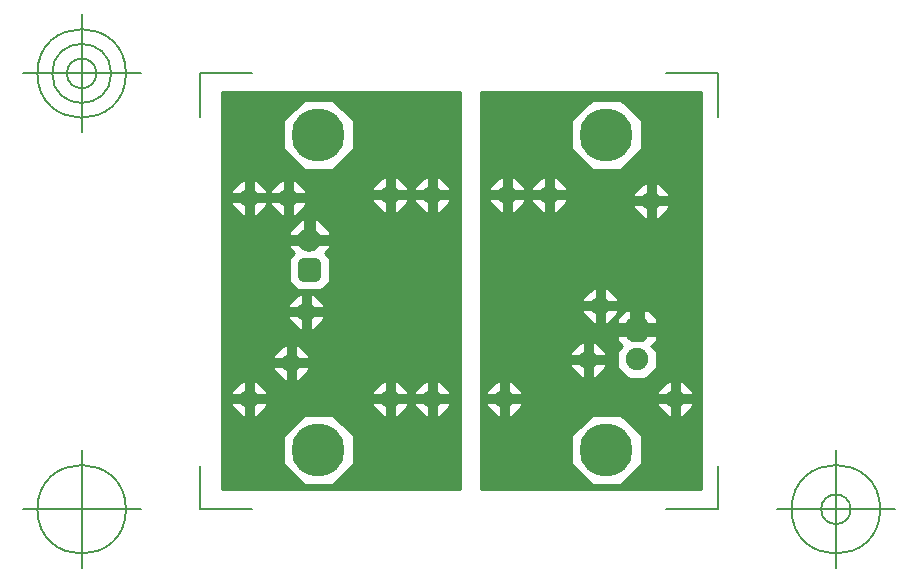
<source format=gbr>
G04 Generated by Ultiboard 11.0 *
%FSLAX25Y25*%
%MOIN*%

%ADD10C,0.01000*%
%ADD11C,0.00500*%
%ADD12C,0.06299*%
%ADD13C,0.17717*%
%ADD14R,0.03957X0.03957*%
%ADD15C,0.03917*%
%ADD16C,0.07874*%
%ADD17C,0.07480*%
%ADD18R,0.03563X0.03563*%


G04 ColorRGB 0000FF for the following layer *
%LNCopper Bottom*%
%LPD*%
%FSLAX25Y25*%
%MOIN*%
G54D10*
X121510Y135327D02*
X126490Y135327D01*
X126490Y135327D02*
X126490Y107012D01*
X126490Y107012D02*
X125245Y107012D01*
X125245Y107012D02*
X125245Y102245D01*
X125245Y102245D02*
X126490Y102245D01*
X126490Y102245D02*
X126490Y99755D01*
X126490Y99755D02*
X125245Y99755D01*
X125245Y99755D02*
X125245Y94988D01*
X125245Y94988D02*
X126490Y94988D01*
X126490Y94988D02*
X126490Y92686D01*
X126490Y92686D02*
X121510Y92686D01*
X121510Y92686D02*
X121510Y94988D01*
X121510Y94988D02*
X122755Y94988D01*
X122755Y94988D02*
X122755Y99755D01*
X122755Y99755D02*
X121510Y99755D01*
X121510Y99755D02*
X121510Y102245D01*
X121510Y102245D02*
X122755Y102245D01*
X122755Y102245D02*
X122755Y107012D01*
X122755Y107012D02*
X121510Y107012D01*
X121510Y107012D02*
X121510Y135327D01*
G36*
X121510Y135327D02*
X126490Y135327D01*
X126490Y107012D01*
X125245Y107012D01*
X125245Y102245D01*
X126490Y102245D01*
X126490Y99755D01*
X125245Y99755D01*
X125245Y94988D01*
X126490Y94988D01*
X126490Y92686D01*
X121510Y92686D01*
X121510Y94988D01*
X122755Y94988D01*
X122755Y99755D01*
X121510Y99755D01*
X121510Y102245D01*
X122755Y102245D01*
X122755Y107012D01*
X121510Y107012D01*
X121510Y135327D01*
G37*
X121510Y135327D02*
X126490Y135327D01*
X126490Y135327D02*
X126490Y107012D01*
X126490Y107012D02*
X125245Y107012D01*
X125245Y107012D02*
X125245Y102245D01*
X125245Y102245D02*
X126490Y102245D01*
X126490Y102245D02*
X126490Y99755D01*
X126490Y99755D02*
X125245Y99755D01*
X125245Y99755D02*
X125245Y94988D01*
X125245Y94988D02*
X126490Y94988D01*
X126490Y94988D02*
X126490Y92686D01*
X126490Y92686D02*
X121510Y92686D01*
X121510Y92686D02*
X121510Y94988D01*
X121510Y94988D02*
X122755Y94988D01*
X122755Y94988D02*
X122755Y99755D01*
X122755Y99755D02*
X121510Y99755D01*
X121510Y99755D02*
X121510Y102245D01*
X121510Y102245D02*
X122755Y102245D01*
X122755Y102245D02*
X122755Y107012D01*
X122755Y107012D02*
X121510Y107012D01*
X121510Y107012D02*
X121510Y135327D01*
X126490Y135327D02*
X135510Y135327D01*
X135510Y135327D02*
X135510Y107012D01*
X135510Y107012D02*
X131988Y103490D01*
X131988Y103490D02*
X131988Y102245D01*
X131988Y102245D02*
X135510Y102245D01*
X135510Y102245D02*
X135510Y99755D01*
X135510Y99755D02*
X131988Y99755D01*
X131988Y99755D02*
X131988Y98510D01*
X131988Y98510D02*
X135510Y94988D01*
X135510Y94988D02*
X135510Y92686D01*
X135510Y92686D02*
X126490Y92686D01*
X126490Y92686D02*
X126490Y94988D01*
X126490Y94988D02*
X130012Y98510D01*
X130012Y98510D02*
X130012Y99755D01*
X130012Y99755D02*
X126490Y99755D01*
X126490Y99755D02*
X126490Y102245D01*
X126490Y102245D02*
X130012Y102245D01*
X130012Y102245D02*
X130012Y103490D01*
X130012Y103490D02*
X126490Y107012D01*
X126490Y107012D02*
X126490Y135327D01*
G36*
X126490Y135327D02*
X135510Y135327D01*
X135510Y107012D01*
X131988Y103490D01*
X131988Y102245D01*
X135510Y102245D01*
X135510Y99755D01*
X131988Y99755D01*
X131988Y98510D01*
X135510Y94988D01*
X135510Y92686D01*
X126490Y92686D01*
X126490Y94988D01*
X130012Y98510D01*
X130012Y99755D01*
X126490Y99755D01*
X126490Y102245D01*
X130012Y102245D01*
X130012Y103490D01*
X126490Y107012D01*
X126490Y135327D01*
G37*
X126490Y135327D02*
X135510Y135327D01*
X135510Y135327D02*
X135510Y107012D01*
X135510Y107012D02*
X131988Y103490D01*
X131988Y103490D02*
X131988Y102245D01*
X131988Y102245D02*
X135510Y102245D01*
X135510Y102245D02*
X135510Y99755D01*
X135510Y99755D02*
X131988Y99755D01*
X131988Y99755D02*
X131988Y98510D01*
X131988Y98510D02*
X135510Y94988D01*
X135510Y94988D02*
X135510Y92686D01*
X135510Y92686D02*
X126490Y92686D01*
X126490Y92686D02*
X126490Y94988D01*
X126490Y94988D02*
X130012Y98510D01*
X130012Y98510D02*
X130012Y99755D01*
X130012Y99755D02*
X126490Y99755D01*
X126490Y99755D02*
X126490Y102245D01*
X126490Y102245D02*
X130012Y102245D01*
X130012Y102245D02*
X130012Y103490D01*
X130012Y103490D02*
X126490Y107012D01*
X126490Y107012D02*
X126490Y135327D01*
X148510Y52012D02*
X144988Y48490D01*
X144988Y48490D02*
X144988Y47245D01*
X144988Y47245D02*
X148510Y47245D01*
X148510Y47245D02*
X148510Y46093D01*
X148510Y46093D02*
X115157Y46093D01*
X115157Y46093D02*
X115157Y92686D01*
X115157Y92686D02*
X148510Y92686D01*
X148510Y92686D02*
X148510Y52012D01*
G36*
X148510Y52012D02*
X144988Y48490D01*
X144988Y47245D01*
X148510Y47245D01*
X148510Y46093D01*
X115157Y46093D01*
X115157Y92686D01*
X148510Y92686D01*
X148510Y52012D01*
G37*
X148510Y52012D02*
X144988Y48490D01*
X144988Y48490D02*
X144988Y47245D01*
X144988Y47245D02*
X148510Y47245D01*
X148510Y47245D02*
X148510Y46093D01*
X148510Y46093D02*
X115157Y46093D01*
X115157Y46093D02*
X115157Y92686D01*
X115157Y92686D02*
X148510Y92686D01*
X148510Y92686D02*
X148510Y52012D01*
X129012Y35490D02*
X125490Y39012D01*
X125490Y39012D02*
X124245Y39012D01*
X124245Y39012D02*
X124245Y35490D01*
X124245Y35490D02*
X121755Y35490D01*
X121755Y35490D02*
X121755Y39012D01*
X121755Y39012D02*
X120510Y39012D01*
X120510Y39012D02*
X116988Y35490D01*
X116988Y35490D02*
X115157Y35490D01*
X115157Y35490D02*
X115157Y46093D01*
X115157Y46093D02*
X148510Y46093D01*
X148510Y46093D02*
X148510Y44755D01*
X148510Y44755D02*
X144988Y44755D01*
X144988Y44755D02*
X144988Y43510D01*
X144988Y43510D02*
X148510Y39988D01*
X148510Y39988D02*
X148510Y35490D01*
X148510Y35490D02*
X129012Y35490D01*
G36*
X129012Y35490D02*
X125490Y39012D01*
X124245Y39012D01*
X124245Y35490D01*
X121755Y35490D01*
X121755Y39012D01*
X120510Y39012D01*
X116988Y35490D01*
X115157Y35490D01*
X115157Y46093D01*
X148510Y46093D01*
X148510Y44755D01*
X144988Y44755D01*
X144988Y43510D01*
X148510Y39988D01*
X148510Y35490D01*
X129012Y35490D01*
G37*
X129012Y35490D02*
X125490Y39012D01*
X125490Y39012D02*
X124245Y39012D01*
X124245Y39012D02*
X124245Y35490D01*
X124245Y35490D02*
X121755Y35490D01*
X121755Y35490D02*
X121755Y39012D01*
X121755Y39012D02*
X120510Y39012D01*
X120510Y39012D02*
X116988Y35490D01*
X116988Y35490D02*
X115157Y35490D01*
X115157Y35490D02*
X115157Y46093D01*
X115157Y46093D02*
X148510Y46093D01*
X148510Y46093D02*
X148510Y44755D01*
X148510Y44755D02*
X144988Y44755D01*
X144988Y44755D02*
X144988Y43510D01*
X144988Y43510D02*
X148510Y39988D01*
X148510Y39988D02*
X148510Y35490D01*
X148510Y35490D02*
X129012Y35490D01*
X124245Y35490D02*
X124245Y34245D01*
X124245Y34245D02*
X129012Y34245D01*
X129012Y34245D02*
X129012Y35490D01*
X129012Y35490D02*
X148510Y35490D01*
X148510Y35490D02*
X148510Y30510D01*
X148510Y30510D02*
X129012Y30510D01*
X129012Y30510D02*
X129012Y31755D01*
X129012Y31755D02*
X124245Y31755D01*
X124245Y31755D02*
X124245Y30510D01*
X124245Y30510D02*
X121755Y30510D01*
X121755Y30510D02*
X121755Y31755D01*
X121755Y31755D02*
X116988Y31755D01*
X116988Y31755D02*
X116988Y30510D01*
X116988Y30510D02*
X115157Y30510D01*
X115157Y30510D02*
X115157Y35490D01*
X115157Y35490D02*
X116988Y35490D01*
X116988Y35490D02*
X116988Y34245D01*
X116988Y34245D02*
X121755Y34245D01*
X121755Y34245D02*
X121755Y35490D01*
X121755Y35490D02*
X124245Y35490D01*
G36*
X124245Y35490D02*
X124245Y34245D01*
X129012Y34245D01*
X129012Y35490D01*
X148510Y35490D01*
X148510Y30510D01*
X129012Y30510D01*
X129012Y31755D01*
X124245Y31755D01*
X124245Y30510D01*
X121755Y30510D01*
X121755Y31755D01*
X116988Y31755D01*
X116988Y30510D01*
X115157Y30510D01*
X115157Y35490D01*
X116988Y35490D01*
X116988Y34245D01*
X121755Y34245D01*
X121755Y35490D01*
X124245Y35490D01*
G37*
X124245Y35490D02*
X124245Y34245D01*
X124245Y34245D02*
X129012Y34245D01*
X129012Y34245D02*
X129012Y35490D01*
X129012Y35490D02*
X148510Y35490D01*
X148510Y35490D02*
X148510Y30510D01*
X148510Y30510D02*
X129012Y30510D01*
X129012Y30510D02*
X129012Y31755D01*
X129012Y31755D02*
X124245Y31755D01*
X124245Y31755D02*
X124245Y30510D01*
X124245Y30510D02*
X121755Y30510D01*
X121755Y30510D02*
X121755Y31755D01*
X121755Y31755D02*
X116988Y31755D01*
X116988Y31755D02*
X116988Y30510D01*
X116988Y30510D02*
X115157Y30510D01*
X115157Y30510D02*
X115157Y35490D01*
X115157Y35490D02*
X116988Y35490D01*
X116988Y35490D02*
X116988Y34245D01*
X116988Y34245D02*
X121755Y34245D01*
X121755Y34245D02*
X121755Y35490D01*
X121755Y35490D02*
X124245Y35490D01*
X148510Y2862D02*
X115157Y2862D01*
X115157Y2862D02*
X115157Y30510D01*
X115157Y30510D02*
X116988Y30510D01*
X116988Y30510D02*
X120510Y26988D01*
X120510Y26988D02*
X121755Y26988D01*
X121755Y26988D02*
X121755Y30510D01*
X121755Y30510D02*
X124245Y30510D01*
X124245Y30510D02*
X124245Y26988D01*
X124245Y26988D02*
X125490Y26988D01*
X125490Y26988D02*
X129012Y30510D01*
X129012Y30510D02*
X148510Y30510D01*
X148510Y30510D02*
X148510Y24085D01*
X148510Y24085D02*
X145280Y20855D01*
X145280Y20855D02*
X145280Y11145D01*
X145280Y11145D02*
X148510Y7915D01*
X148510Y7915D02*
X148510Y2862D01*
G36*
X148510Y2862D02*
X115157Y2862D01*
X115157Y30510D01*
X116988Y30510D01*
X120510Y26988D01*
X121755Y26988D01*
X121755Y30510D01*
X124245Y30510D01*
X124245Y26988D01*
X125490Y26988D01*
X129012Y30510D01*
X148510Y30510D01*
X148510Y24085D01*
X145280Y20855D01*
X145280Y11145D01*
X148510Y7915D01*
X148510Y2862D01*
G37*
X148510Y2862D02*
X115157Y2862D01*
X115157Y2862D02*
X115157Y30510D01*
X115157Y30510D02*
X116988Y30510D01*
X116988Y30510D02*
X120510Y26988D01*
X120510Y26988D02*
X121755Y26988D01*
X121755Y26988D02*
X121755Y30510D01*
X121755Y30510D02*
X124245Y30510D01*
X124245Y30510D02*
X124245Y26988D01*
X124245Y26988D02*
X125490Y26988D01*
X125490Y26988D02*
X129012Y30510D01*
X129012Y30510D02*
X148510Y30510D01*
X148510Y30510D02*
X148510Y24085D01*
X148510Y24085D02*
X145280Y20855D01*
X145280Y20855D02*
X145280Y11145D01*
X145280Y11145D02*
X148510Y7915D01*
X148510Y7915D02*
X148510Y2862D01*
X115157Y135327D02*
X121510Y135327D01*
X121510Y135327D02*
X121510Y107012D01*
X121510Y107012D02*
X117988Y103490D01*
X117988Y103490D02*
X117988Y102245D01*
X117988Y102245D02*
X121510Y102245D01*
X121510Y102245D02*
X121510Y99755D01*
X121510Y99755D02*
X117988Y99755D01*
X117988Y99755D02*
X117988Y98510D01*
X117988Y98510D02*
X121510Y94988D01*
X121510Y94988D02*
X121510Y92686D01*
X121510Y92686D02*
X115157Y92686D01*
X115157Y92686D02*
X115157Y135327D01*
G36*
X115157Y135327D02*
X121510Y135327D01*
X121510Y107012D01*
X117988Y103490D01*
X117988Y102245D01*
X121510Y102245D01*
X121510Y99755D01*
X117988Y99755D01*
X117988Y98510D01*
X121510Y94988D01*
X121510Y92686D01*
X115157Y92686D01*
X115157Y135327D01*
G37*
X115157Y135327D02*
X121510Y135327D01*
X121510Y135327D02*
X121510Y107012D01*
X121510Y107012D02*
X117988Y103490D01*
X117988Y103490D02*
X117988Y102245D01*
X117988Y102245D02*
X121510Y102245D01*
X121510Y102245D02*
X121510Y99755D01*
X121510Y99755D02*
X117988Y99755D01*
X117988Y99755D02*
X117988Y98510D01*
X117988Y98510D02*
X121510Y94988D01*
X121510Y94988D02*
X121510Y92686D01*
X121510Y92686D02*
X115157Y92686D01*
X115157Y92686D02*
X115157Y135327D01*
X135510Y135327D02*
X140490Y135327D01*
X140490Y135327D02*
X140490Y107012D01*
X140490Y107012D02*
X139245Y107012D01*
X139245Y107012D02*
X139245Y102245D01*
X139245Y102245D02*
X140490Y102245D01*
X140490Y102245D02*
X140490Y99755D01*
X140490Y99755D02*
X139245Y99755D01*
X139245Y99755D02*
X139245Y94988D01*
X139245Y94988D02*
X140490Y94988D01*
X140490Y94988D02*
X140490Y92686D01*
X140490Y92686D02*
X135510Y92686D01*
X135510Y92686D02*
X135510Y94988D01*
X135510Y94988D02*
X136755Y94988D01*
X136755Y94988D02*
X136755Y99755D01*
X136755Y99755D02*
X135510Y99755D01*
X135510Y99755D02*
X135510Y102245D01*
X135510Y102245D02*
X136755Y102245D01*
X136755Y102245D02*
X136755Y107012D01*
X136755Y107012D02*
X135510Y107012D01*
X135510Y107012D02*
X135510Y135327D01*
G36*
X135510Y135327D02*
X140490Y135327D01*
X140490Y107012D01*
X139245Y107012D01*
X139245Y102245D01*
X140490Y102245D01*
X140490Y99755D01*
X139245Y99755D01*
X139245Y94988D01*
X140490Y94988D01*
X140490Y92686D01*
X135510Y92686D01*
X135510Y94988D01*
X136755Y94988D01*
X136755Y99755D01*
X135510Y99755D01*
X135510Y102245D01*
X136755Y102245D01*
X136755Y107012D01*
X135510Y107012D01*
X135510Y135327D01*
G37*
X135510Y135327D02*
X140490Y135327D01*
X140490Y135327D02*
X140490Y107012D01*
X140490Y107012D02*
X139245Y107012D01*
X139245Y107012D02*
X139245Y102245D01*
X139245Y102245D02*
X140490Y102245D01*
X140490Y102245D02*
X140490Y99755D01*
X140490Y99755D02*
X139245Y99755D01*
X139245Y99755D02*
X139245Y94988D01*
X139245Y94988D02*
X140490Y94988D01*
X140490Y94988D02*
X140490Y92686D01*
X140490Y92686D02*
X135510Y92686D01*
X135510Y92686D02*
X135510Y94988D01*
X135510Y94988D02*
X136755Y94988D01*
X136755Y94988D02*
X136755Y99755D01*
X136755Y99755D02*
X135510Y99755D01*
X135510Y99755D02*
X135510Y102245D01*
X135510Y102245D02*
X136755Y102245D01*
X136755Y102245D02*
X136755Y107012D01*
X136755Y107012D02*
X135510Y107012D01*
X135510Y107012D02*
X135510Y135327D01*
X140490Y135327D02*
X151772Y135327D01*
X151772Y135327D02*
X151772Y132347D01*
X151772Y132347D02*
X145280Y125855D01*
X145280Y125855D02*
X145280Y116145D01*
X145280Y116145D02*
X151772Y109653D01*
X151772Y109653D02*
X151772Y92686D01*
X151772Y92686D02*
X140490Y92686D01*
X140490Y92686D02*
X140490Y94988D01*
X140490Y94988D02*
X144012Y98510D01*
X144012Y98510D02*
X144012Y99755D01*
X144012Y99755D02*
X140490Y99755D01*
X140490Y99755D02*
X140490Y102245D01*
X140490Y102245D02*
X144012Y102245D01*
X144012Y102245D02*
X144012Y103490D01*
X144012Y103490D02*
X140490Y107012D01*
X140490Y107012D02*
X140490Y135327D01*
G36*
X140490Y135327D02*
X151772Y135327D01*
X151772Y132347D01*
X145280Y125855D01*
X145280Y116145D01*
X151772Y109653D01*
X151772Y92686D01*
X140490Y92686D01*
X140490Y94988D01*
X144012Y98510D01*
X144012Y99755D01*
X140490Y99755D01*
X140490Y102245D01*
X144012Y102245D01*
X144012Y103490D01*
X140490Y107012D01*
X140490Y135327D01*
G37*
X140490Y135327D02*
X151772Y135327D01*
X151772Y135327D02*
X151772Y132347D01*
X151772Y132347D02*
X145280Y125855D01*
X145280Y125855D02*
X145280Y116145D01*
X145280Y116145D02*
X151772Y109653D01*
X151772Y109653D02*
X151772Y92686D01*
X151772Y92686D02*
X140490Y92686D01*
X140490Y92686D02*
X140490Y94988D01*
X140490Y94988D02*
X144012Y98510D01*
X144012Y98510D02*
X144012Y99755D01*
X144012Y99755D02*
X140490Y99755D01*
X140490Y99755D02*
X140490Y102245D01*
X140490Y102245D02*
X144012Y102245D01*
X144012Y102245D02*
X144012Y103490D01*
X144012Y103490D02*
X140490Y107012D01*
X140490Y107012D02*
X140490Y135327D01*
X151772Y135327D02*
X169510Y135327D01*
X169510Y135327D02*
X169510Y105012D01*
X169510Y105012D02*
X165988Y101490D01*
X165988Y101490D02*
X165988Y100245D01*
X165988Y100245D02*
X169510Y100245D01*
X169510Y100245D02*
X169510Y97755D01*
X169510Y97755D02*
X165988Y97755D01*
X165988Y97755D02*
X165988Y96510D01*
X165988Y96510D02*
X169510Y92988D01*
X169510Y92988D02*
X169510Y92686D01*
X169510Y92686D02*
X151772Y92686D01*
X151772Y92686D02*
X151772Y109653D01*
X151772Y109653D02*
X152145Y109280D01*
X152145Y109280D02*
X161855Y109280D01*
X161855Y109280D02*
X168720Y116145D01*
X168720Y116145D02*
X168720Y125855D01*
X168720Y125855D02*
X161855Y132720D01*
X161855Y132720D02*
X152145Y132720D01*
X152145Y132720D02*
X151772Y132347D01*
X151772Y132347D02*
X151772Y135327D01*
G36*
X151772Y135327D02*
X169510Y135327D01*
X169510Y105012D01*
X165988Y101490D01*
X165988Y100245D01*
X169510Y100245D01*
X169510Y97755D01*
X165988Y97755D01*
X165988Y96510D01*
X169510Y92988D01*
X169510Y92686D01*
X151772Y92686D01*
X151772Y109653D01*
X152145Y109280D01*
X161855Y109280D01*
X168720Y116145D01*
X168720Y125855D01*
X161855Y132720D01*
X152145Y132720D01*
X151772Y132347D01*
X151772Y135327D01*
G37*
X151772Y135327D02*
X169510Y135327D01*
X169510Y135327D02*
X169510Y105012D01*
X169510Y105012D02*
X165988Y101490D01*
X165988Y101490D02*
X165988Y100245D01*
X165988Y100245D02*
X169510Y100245D01*
X169510Y100245D02*
X169510Y97755D01*
X169510Y97755D02*
X165988Y97755D01*
X165988Y97755D02*
X165988Y96510D01*
X165988Y96510D02*
X169510Y92988D01*
X169510Y92988D02*
X169510Y92686D01*
X169510Y92686D02*
X151772Y92686D01*
X151772Y92686D02*
X151772Y109653D01*
X151772Y109653D02*
X152145Y109280D01*
X152145Y109280D02*
X161855Y109280D01*
X161855Y109280D02*
X168720Y116145D01*
X168720Y116145D02*
X168720Y125855D01*
X168720Y125855D02*
X161855Y132720D01*
X161855Y132720D02*
X152145Y132720D01*
X152145Y132720D02*
X151772Y132347D01*
X151772Y132347D02*
X151772Y135327D01*
X169510Y135327D02*
X174490Y135327D01*
X174490Y135327D02*
X174490Y105012D01*
X174490Y105012D02*
X173245Y105012D01*
X173245Y105012D02*
X173245Y100245D01*
X173245Y100245D02*
X174490Y100245D01*
X174490Y100245D02*
X174490Y97755D01*
X174490Y97755D02*
X173245Y97755D01*
X173245Y97755D02*
X173245Y92988D01*
X173245Y92988D02*
X174490Y92988D01*
X174490Y92988D02*
X174490Y92686D01*
X174490Y92686D02*
X169510Y92686D01*
X169510Y92686D02*
X169510Y92988D01*
X169510Y92988D02*
X170755Y92988D01*
X170755Y92988D02*
X170755Y97755D01*
X170755Y97755D02*
X169510Y97755D01*
X169510Y97755D02*
X169510Y100245D01*
X169510Y100245D02*
X170755Y100245D01*
X170755Y100245D02*
X170755Y105012D01*
X170755Y105012D02*
X169510Y105012D01*
X169510Y105012D02*
X169510Y135327D01*
G36*
X169510Y135327D02*
X174490Y135327D01*
X174490Y105012D01*
X173245Y105012D01*
X173245Y100245D01*
X174490Y100245D01*
X174490Y97755D01*
X173245Y97755D01*
X173245Y92988D01*
X174490Y92988D01*
X174490Y92686D01*
X169510Y92686D01*
X169510Y92988D01*
X170755Y92988D01*
X170755Y97755D01*
X169510Y97755D01*
X169510Y100245D01*
X170755Y100245D01*
X170755Y105012D01*
X169510Y105012D01*
X169510Y135327D01*
G37*
X169510Y135327D02*
X174490Y135327D01*
X174490Y135327D02*
X174490Y105012D01*
X174490Y105012D02*
X173245Y105012D01*
X173245Y105012D02*
X173245Y100245D01*
X173245Y100245D02*
X174490Y100245D01*
X174490Y100245D02*
X174490Y97755D01*
X174490Y97755D02*
X173245Y97755D01*
X173245Y97755D02*
X173245Y92988D01*
X173245Y92988D02*
X174490Y92988D01*
X174490Y92988D02*
X174490Y92686D01*
X174490Y92686D02*
X169510Y92686D01*
X169510Y92686D02*
X169510Y92988D01*
X169510Y92988D02*
X170755Y92988D01*
X170755Y92988D02*
X170755Y97755D01*
X170755Y97755D02*
X169510Y97755D01*
X169510Y97755D02*
X169510Y100245D01*
X169510Y100245D02*
X170755Y100245D01*
X170755Y100245D02*
X170755Y105012D01*
X170755Y105012D02*
X169510Y105012D01*
X169510Y105012D02*
X169510Y135327D01*
X174490Y135327D02*
X188386Y135327D01*
X188386Y135327D02*
X188386Y92686D01*
X188386Y92686D02*
X174490Y92686D01*
X174490Y92686D02*
X174490Y92988D01*
X174490Y92988D02*
X178012Y96510D01*
X178012Y96510D02*
X178012Y97755D01*
X178012Y97755D02*
X174490Y97755D01*
X174490Y97755D02*
X174490Y100245D01*
X174490Y100245D02*
X178012Y100245D01*
X178012Y100245D02*
X178012Y101490D01*
X178012Y101490D02*
X174490Y105012D01*
X174490Y105012D02*
X174490Y135327D01*
G36*
X174490Y135327D02*
X188386Y135327D01*
X188386Y92686D01*
X174490Y92686D01*
X174490Y92988D01*
X178012Y96510D01*
X178012Y97755D01*
X174490Y97755D01*
X174490Y100245D01*
X178012Y100245D01*
X178012Y101490D01*
X174490Y105012D01*
X174490Y135327D01*
G37*
X174490Y135327D02*
X188386Y135327D01*
X188386Y135327D02*
X188386Y92686D01*
X188386Y92686D02*
X174490Y92686D01*
X174490Y92686D02*
X174490Y92988D01*
X174490Y92988D02*
X178012Y96510D01*
X178012Y96510D02*
X178012Y97755D01*
X178012Y97755D02*
X174490Y97755D01*
X174490Y97755D02*
X174490Y100245D01*
X174490Y100245D02*
X178012Y100245D01*
X178012Y100245D02*
X178012Y101490D01*
X178012Y101490D02*
X174490Y105012D01*
X174490Y105012D02*
X174490Y135327D01*
X172128Y61510D02*
X170914Y62723D01*
X170914Y62723D02*
X169025Y62723D01*
X169025Y62723D02*
X169025Y61510D01*
X169025Y61510D02*
X165247Y61510D01*
X165247Y61510D02*
X165247Y62723D01*
X165247Y62723D02*
X163357Y62723D01*
X163357Y62723D02*
X162144Y61510D01*
X162144Y61510D02*
X161012Y61510D01*
X161012Y61510D02*
X161012Y62755D01*
X161012Y62755D02*
X157490Y62755D01*
X157490Y62755D02*
X157490Y65245D01*
X157490Y65245D02*
X161012Y65245D01*
X161012Y65245D02*
X161012Y66490D01*
X161012Y66490D02*
X157490Y70012D01*
X157490Y70012D02*
X157490Y92686D01*
X157490Y92686D02*
X188386Y92686D01*
X188386Y92686D02*
X188386Y61510D01*
X188386Y61510D02*
X172128Y61510D01*
G36*
X172128Y61510D02*
X170914Y62723D01*
X169025Y62723D01*
X169025Y61510D01*
X165247Y61510D01*
X165247Y62723D01*
X163357Y62723D01*
X162144Y61510D01*
X161012Y61510D01*
X161012Y62755D01*
X157490Y62755D01*
X157490Y65245D01*
X161012Y65245D01*
X161012Y66490D01*
X157490Y70012D01*
X157490Y92686D01*
X188386Y92686D01*
X188386Y61510D01*
X172128Y61510D01*
G37*
X172128Y61510D02*
X170914Y62723D01*
X170914Y62723D02*
X169025Y62723D01*
X169025Y62723D02*
X169025Y61510D01*
X169025Y61510D02*
X165247Y61510D01*
X165247Y61510D02*
X165247Y62723D01*
X165247Y62723D02*
X163357Y62723D01*
X163357Y62723D02*
X162144Y61510D01*
X162144Y61510D02*
X161012Y61510D01*
X161012Y61510D02*
X161012Y62755D01*
X161012Y62755D02*
X157490Y62755D01*
X157490Y62755D02*
X157490Y65245D01*
X157490Y65245D02*
X161012Y65245D01*
X161012Y65245D02*
X161012Y66490D01*
X161012Y66490D02*
X157490Y70012D01*
X157490Y70012D02*
X157490Y92686D01*
X157490Y92686D02*
X188386Y92686D01*
X188386Y92686D02*
X188386Y61510D01*
X188386Y61510D02*
X172128Y61510D01*
X173738Y48490D02*
X173738Y48856D01*
X173738Y48856D02*
X171995Y50599D01*
X171995Y50599D02*
X173738Y52343D01*
X173738Y52343D02*
X173738Y54232D01*
X173738Y54232D02*
X170914Y54232D01*
X170914Y54232D02*
X170914Y58010D01*
X170914Y58010D02*
X173738Y58010D01*
X173738Y58010D02*
X173738Y59900D01*
X173738Y59900D02*
X172128Y61510D01*
X172128Y61510D02*
X188386Y61510D01*
X188386Y61510D02*
X188386Y48490D01*
X188386Y48490D02*
X173738Y48490D01*
G36*
X173738Y48490D02*
X173738Y48856D01*
X171995Y50599D01*
X173738Y52343D01*
X173738Y54232D01*
X170914Y54232D01*
X170914Y58010D01*
X173738Y58010D01*
X173738Y59900D01*
X172128Y61510D01*
X188386Y61510D01*
X188386Y48490D01*
X173738Y48490D01*
G37*
X173738Y48490D02*
X173738Y48856D01*
X173738Y48856D02*
X171995Y50599D01*
X171995Y50599D02*
X173738Y52343D01*
X173738Y52343D02*
X173738Y54232D01*
X173738Y54232D02*
X170914Y54232D01*
X170914Y54232D02*
X170914Y58010D01*
X170914Y58010D02*
X173738Y58010D01*
X173738Y58010D02*
X173738Y59900D01*
X173738Y59900D02*
X172128Y61510D01*
X172128Y61510D02*
X188386Y61510D01*
X188386Y61510D02*
X188386Y48490D01*
X188386Y48490D02*
X173738Y48490D01*
X173738Y46093D02*
X173738Y48490D01*
X173738Y48490D02*
X188386Y48490D01*
X188386Y48490D02*
X188386Y46093D01*
X188386Y46093D02*
X173738Y46093D01*
G36*
X173738Y46093D02*
X173738Y48490D01*
X188386Y48490D01*
X188386Y46093D01*
X173738Y46093D01*
G37*
X173738Y46093D02*
X173738Y48490D01*
X173738Y48490D02*
X188386Y48490D01*
X188386Y48490D02*
X188386Y46093D01*
X188386Y46093D02*
X173738Y46093D01*
X186012Y35490D02*
X182490Y39012D01*
X182490Y39012D02*
X181245Y39012D01*
X181245Y39012D02*
X181245Y35490D01*
X181245Y35490D02*
X178755Y35490D01*
X178755Y35490D02*
X178755Y39012D01*
X178755Y39012D02*
X177510Y39012D01*
X177510Y39012D02*
X177510Y43510D01*
X177510Y43510D02*
X188386Y43510D01*
X188386Y43510D02*
X188386Y35490D01*
X188386Y35490D02*
X186012Y35490D01*
G36*
X186012Y35490D02*
X182490Y39012D01*
X181245Y39012D01*
X181245Y35490D01*
X178755Y35490D01*
X178755Y39012D01*
X177510Y39012D01*
X177510Y43510D01*
X188386Y43510D01*
X188386Y35490D01*
X186012Y35490D01*
G37*
X186012Y35490D02*
X182490Y39012D01*
X182490Y39012D02*
X181245Y39012D01*
X181245Y39012D02*
X181245Y35490D01*
X181245Y35490D02*
X178755Y35490D01*
X178755Y35490D02*
X178755Y39012D01*
X178755Y39012D02*
X177510Y39012D01*
X177510Y39012D02*
X177510Y43510D01*
X177510Y43510D02*
X188386Y43510D01*
X188386Y43510D02*
X188386Y35490D01*
X188386Y35490D02*
X186012Y35490D01*
X181245Y35490D02*
X181245Y34245D01*
X181245Y34245D02*
X186012Y34245D01*
X186012Y34245D02*
X186012Y35490D01*
X186012Y35490D02*
X188386Y35490D01*
X188386Y35490D02*
X188386Y30510D01*
X188386Y30510D02*
X186012Y30510D01*
X186012Y30510D02*
X186012Y31755D01*
X186012Y31755D02*
X181245Y31755D01*
X181245Y31755D02*
X181245Y30510D01*
X181245Y30510D02*
X178755Y30510D01*
X178755Y30510D02*
X178755Y31755D01*
X178755Y31755D02*
X177510Y31755D01*
X177510Y31755D02*
X177510Y34245D01*
X177510Y34245D02*
X178755Y34245D01*
X178755Y34245D02*
X178755Y35490D01*
X178755Y35490D02*
X181245Y35490D01*
G36*
X181245Y35490D02*
X181245Y34245D01*
X186012Y34245D01*
X186012Y35490D01*
X188386Y35490D01*
X188386Y30510D01*
X186012Y30510D01*
X186012Y31755D01*
X181245Y31755D01*
X181245Y30510D01*
X178755Y30510D01*
X178755Y31755D01*
X177510Y31755D01*
X177510Y34245D01*
X178755Y34245D01*
X178755Y35490D01*
X181245Y35490D01*
G37*
X181245Y35490D02*
X181245Y34245D01*
X181245Y34245D02*
X186012Y34245D01*
X186012Y34245D02*
X186012Y35490D01*
X186012Y35490D02*
X188386Y35490D01*
X188386Y35490D02*
X188386Y30510D01*
X188386Y30510D02*
X186012Y30510D01*
X186012Y30510D02*
X186012Y31755D01*
X186012Y31755D02*
X181245Y31755D01*
X181245Y31755D02*
X181245Y30510D01*
X181245Y30510D02*
X178755Y30510D01*
X178755Y30510D02*
X178755Y31755D01*
X178755Y31755D02*
X177510Y31755D01*
X177510Y31755D02*
X177510Y34245D01*
X177510Y34245D02*
X178755Y34245D01*
X178755Y34245D02*
X178755Y35490D01*
X178755Y35490D02*
X181245Y35490D01*
X188386Y2862D02*
X151772Y2862D01*
X151772Y2862D02*
X151772Y4653D01*
X151772Y4653D02*
X152145Y4280D01*
X152145Y4280D02*
X161855Y4280D01*
X161855Y4280D02*
X168720Y11145D01*
X168720Y11145D02*
X168720Y20855D01*
X168720Y20855D02*
X161855Y27720D01*
X161855Y27720D02*
X152145Y27720D01*
X152145Y27720D02*
X151772Y27347D01*
X151772Y27347D02*
X151772Y30510D01*
X151772Y30510D02*
X173988Y30510D01*
X173988Y30510D02*
X177510Y26988D01*
X177510Y26988D02*
X178755Y26988D01*
X178755Y26988D02*
X178755Y30510D01*
X178755Y30510D02*
X181245Y30510D01*
X181245Y30510D02*
X181245Y26988D01*
X181245Y26988D02*
X182490Y26988D01*
X182490Y26988D02*
X186012Y30510D01*
X186012Y30510D02*
X188386Y30510D01*
X188386Y30510D02*
X188386Y2862D01*
G36*
X188386Y2862D02*
X151772Y2862D01*
X151772Y4653D01*
X152145Y4280D01*
X161855Y4280D01*
X168720Y11145D01*
X168720Y20855D01*
X161855Y27720D01*
X152145Y27720D01*
X151772Y27347D01*
X151772Y30510D01*
X173988Y30510D01*
X177510Y26988D01*
X178755Y26988D01*
X178755Y30510D01*
X181245Y30510D01*
X181245Y26988D01*
X182490Y26988D01*
X186012Y30510D01*
X188386Y30510D01*
X188386Y2862D01*
G37*
X188386Y2862D02*
X151772Y2862D01*
X151772Y2862D02*
X151772Y4653D01*
X151772Y4653D02*
X152145Y4280D01*
X152145Y4280D02*
X161855Y4280D01*
X161855Y4280D02*
X168720Y11145D01*
X168720Y11145D02*
X168720Y20855D01*
X168720Y20855D02*
X161855Y27720D01*
X161855Y27720D02*
X152145Y27720D01*
X152145Y27720D02*
X151772Y27347D01*
X151772Y27347D02*
X151772Y30510D01*
X151772Y30510D02*
X173988Y30510D01*
X173988Y30510D02*
X177510Y26988D01*
X177510Y26988D02*
X178755Y26988D01*
X178755Y26988D02*
X178755Y30510D01*
X178755Y30510D02*
X181245Y30510D01*
X181245Y30510D02*
X181245Y26988D01*
X181245Y26988D02*
X182490Y26988D01*
X182490Y26988D02*
X186012Y30510D01*
X186012Y30510D02*
X188386Y30510D01*
X188386Y30510D02*
X188386Y2862D01*
X173738Y43510D02*
X173738Y46093D01*
X173738Y46093D02*
X188386Y46093D01*
X188386Y46093D02*
X188386Y43510D01*
X188386Y43510D02*
X173738Y43510D01*
G36*
X173738Y43510D02*
X173738Y46093D01*
X188386Y46093D01*
X188386Y43510D01*
X173738Y43510D01*
G37*
X173738Y43510D02*
X173738Y46093D01*
X173738Y46093D02*
X188386Y46093D01*
X188386Y46093D02*
X188386Y43510D01*
X188386Y43510D02*
X173738Y43510D01*
X151772Y69274D02*
X148988Y66490D01*
X148988Y66490D02*
X148988Y65245D01*
X148988Y65245D02*
X151772Y65245D01*
X151772Y65245D02*
X151772Y62755D01*
X151772Y62755D02*
X148988Y62755D01*
X148988Y62755D02*
X148988Y61510D01*
X148988Y61510D02*
X151772Y58726D01*
X151772Y58726D02*
X151772Y46093D01*
X151772Y46093D02*
X148510Y46093D01*
X148510Y46093D02*
X148510Y47245D01*
X148510Y47245D02*
X149755Y47245D01*
X149755Y47245D02*
X149755Y52012D01*
X149755Y52012D02*
X148510Y52012D01*
X148510Y52012D02*
X148510Y92686D01*
X148510Y92686D02*
X151772Y92686D01*
X151772Y92686D02*
X151772Y69274D01*
G36*
X151772Y69274D02*
X148988Y66490D01*
X148988Y65245D01*
X151772Y65245D01*
X151772Y62755D01*
X148988Y62755D01*
X148988Y61510D01*
X151772Y58726D01*
X151772Y46093D01*
X148510Y46093D01*
X148510Y47245D01*
X149755Y47245D01*
X149755Y52012D01*
X148510Y52012D01*
X148510Y92686D01*
X151772Y92686D01*
X151772Y69274D01*
G37*
X151772Y69274D02*
X148988Y66490D01*
X148988Y66490D02*
X148988Y65245D01*
X148988Y65245D02*
X151772Y65245D01*
X151772Y65245D02*
X151772Y62755D01*
X151772Y62755D02*
X148988Y62755D01*
X148988Y62755D02*
X148988Y61510D01*
X148988Y61510D02*
X151772Y58726D01*
X151772Y58726D02*
X151772Y46093D01*
X151772Y46093D02*
X148510Y46093D01*
X148510Y46093D02*
X148510Y47245D01*
X148510Y47245D02*
X149755Y47245D01*
X149755Y47245D02*
X149755Y52012D01*
X149755Y52012D02*
X148510Y52012D01*
X148510Y52012D02*
X148510Y92686D01*
X148510Y92686D02*
X151772Y92686D01*
X151772Y92686D02*
X151772Y69274D01*
X157490Y70012D02*
X156245Y70012D01*
X156245Y70012D02*
X156245Y65245D01*
X156245Y65245D02*
X157490Y65245D01*
X157490Y65245D02*
X157490Y62755D01*
X157490Y62755D02*
X156245Y62755D01*
X156245Y62755D02*
X156245Y61510D01*
X156245Y61510D02*
X153755Y61510D01*
X153755Y61510D02*
X153755Y62755D01*
X153755Y62755D02*
X151772Y62755D01*
X151772Y62755D02*
X151772Y65245D01*
X151772Y65245D02*
X153755Y65245D01*
X153755Y65245D02*
X153755Y70012D01*
X153755Y70012D02*
X152510Y70012D01*
X152510Y70012D02*
X151772Y69274D01*
X151772Y69274D02*
X151772Y92686D01*
X151772Y92686D02*
X157490Y92686D01*
X157490Y92686D02*
X157490Y70012D01*
G36*
X157490Y70012D02*
X156245Y70012D01*
X156245Y65245D01*
X157490Y65245D01*
X157490Y62755D01*
X156245Y62755D01*
X156245Y61510D01*
X153755Y61510D01*
X153755Y62755D01*
X151772Y62755D01*
X151772Y65245D01*
X153755Y65245D01*
X153755Y70012D01*
X152510Y70012D01*
X151772Y69274D01*
X151772Y92686D01*
X157490Y92686D01*
X157490Y70012D01*
G37*
X157490Y70012D02*
X156245Y70012D01*
X156245Y70012D02*
X156245Y65245D01*
X156245Y65245D02*
X157490Y65245D01*
X157490Y65245D02*
X157490Y62755D01*
X157490Y62755D02*
X156245Y62755D01*
X156245Y62755D02*
X156245Y61510D01*
X156245Y61510D02*
X153755Y61510D01*
X153755Y61510D02*
X153755Y62755D01*
X153755Y62755D02*
X151772Y62755D01*
X151772Y62755D02*
X151772Y65245D01*
X151772Y65245D02*
X153755Y65245D01*
X153755Y65245D02*
X153755Y70012D01*
X153755Y70012D02*
X152510Y70012D01*
X152510Y70012D02*
X151772Y69274D01*
X151772Y69274D02*
X151772Y92686D01*
X151772Y92686D02*
X157490Y92686D01*
X157490Y92686D02*
X157490Y70012D01*
X162277Y50599D02*
X160533Y48856D01*
X160533Y48856D02*
X160533Y48490D01*
X160533Y48490D02*
X157012Y48490D01*
X157012Y48490D02*
X153490Y52012D01*
X153490Y52012D02*
X152245Y52012D01*
X152245Y52012D02*
X152245Y48490D01*
X152245Y48490D02*
X151772Y48490D01*
X151772Y48490D02*
X151772Y58726D01*
X151772Y58726D02*
X152510Y57988D01*
X152510Y57988D02*
X153755Y57988D01*
X153755Y57988D02*
X153755Y61510D01*
X153755Y61510D02*
X156245Y61510D01*
X156245Y61510D02*
X156245Y57988D01*
X156245Y57988D02*
X157490Y57988D01*
X157490Y57988D02*
X161012Y61510D01*
X161012Y61510D02*
X162144Y61510D01*
X162144Y61510D02*
X160533Y59900D01*
X160533Y59900D02*
X160533Y58010D01*
X160533Y58010D02*
X163357Y58010D01*
X163357Y58010D02*
X163357Y54232D01*
X163357Y54232D02*
X160533Y54232D01*
X160533Y54232D02*
X160533Y52343D01*
X160533Y52343D02*
X162277Y50599D01*
G36*
X162277Y50599D02*
X160533Y48856D01*
X160533Y48490D01*
X157012Y48490D01*
X153490Y52012D01*
X152245Y52012D01*
X152245Y48490D01*
X151772Y48490D01*
X151772Y58726D01*
X152510Y57988D01*
X153755Y57988D01*
X153755Y61510D01*
X156245Y61510D01*
X156245Y57988D01*
X157490Y57988D01*
X161012Y61510D01*
X162144Y61510D01*
X160533Y59900D01*
X160533Y58010D01*
X163357Y58010D01*
X163357Y54232D01*
X160533Y54232D01*
X160533Y52343D01*
X162277Y50599D01*
G37*
X162277Y50599D02*
X160533Y48856D01*
X160533Y48856D02*
X160533Y48490D01*
X160533Y48490D02*
X157012Y48490D01*
X157012Y48490D02*
X153490Y52012D01*
X153490Y52012D02*
X152245Y52012D01*
X152245Y52012D02*
X152245Y48490D01*
X152245Y48490D02*
X151772Y48490D01*
X151772Y48490D02*
X151772Y58726D01*
X151772Y58726D02*
X152510Y57988D01*
X152510Y57988D02*
X153755Y57988D01*
X153755Y57988D02*
X153755Y61510D01*
X153755Y61510D02*
X156245Y61510D01*
X156245Y61510D02*
X156245Y57988D01*
X156245Y57988D02*
X157490Y57988D01*
X157490Y57988D02*
X161012Y61510D01*
X161012Y61510D02*
X162144Y61510D01*
X162144Y61510D02*
X160533Y59900D01*
X160533Y59900D02*
X160533Y58010D01*
X160533Y58010D02*
X163357Y58010D01*
X163357Y58010D02*
X163357Y54232D01*
X163357Y54232D02*
X160533Y54232D01*
X160533Y54232D02*
X160533Y52343D01*
X160533Y52343D02*
X162277Y50599D01*
X169025Y52723D02*
X165247Y52723D01*
X165247Y52723D02*
X165247Y54232D01*
X165247Y54232D02*
X163357Y54232D01*
X163357Y54232D02*
X163357Y58010D01*
X163357Y58010D02*
X165247Y58010D01*
X165247Y58010D02*
X165247Y61510D01*
X165247Y61510D02*
X169025Y61510D01*
X169025Y61510D02*
X169025Y58010D01*
X169025Y58010D02*
X170914Y58010D01*
X170914Y58010D02*
X170914Y54232D01*
X170914Y54232D02*
X169025Y54232D01*
X169025Y54232D02*
X169025Y52723D01*
G36*
X169025Y52723D02*
X165247Y52723D01*
X165247Y54232D01*
X163357Y54232D01*
X163357Y58010D01*
X165247Y58010D01*
X165247Y61510D01*
X169025Y61510D01*
X169025Y58010D01*
X170914Y58010D01*
X170914Y54232D01*
X169025Y54232D01*
X169025Y52723D01*
G37*
X169025Y52723D02*
X165247Y52723D01*
X165247Y52723D02*
X165247Y54232D01*
X165247Y54232D02*
X163357Y54232D01*
X163357Y54232D02*
X163357Y58010D01*
X163357Y58010D02*
X165247Y58010D01*
X165247Y58010D02*
X165247Y61510D01*
X165247Y61510D02*
X169025Y61510D01*
X169025Y61510D02*
X169025Y58010D01*
X169025Y58010D02*
X170914Y58010D01*
X170914Y58010D02*
X170914Y54232D01*
X170914Y54232D02*
X169025Y54232D01*
X169025Y54232D02*
X169025Y52723D01*
X160533Y48490D02*
X160533Y46093D01*
X160533Y46093D02*
X151772Y46093D01*
X151772Y46093D02*
X151772Y48490D01*
X151772Y48490D02*
X152245Y48490D01*
X152245Y48490D02*
X152245Y47245D01*
X152245Y47245D02*
X157012Y47245D01*
X157012Y47245D02*
X157012Y48490D01*
X157012Y48490D02*
X160533Y48490D01*
G36*
X160533Y48490D02*
X160533Y46093D01*
X151772Y46093D01*
X151772Y48490D01*
X152245Y48490D01*
X152245Y47245D01*
X157012Y47245D01*
X157012Y48490D01*
X160533Y48490D01*
G37*
X160533Y48490D02*
X160533Y46093D01*
X160533Y46093D02*
X151772Y46093D01*
X151772Y46093D02*
X151772Y48490D01*
X151772Y48490D02*
X152245Y48490D01*
X152245Y48490D02*
X152245Y47245D01*
X152245Y47245D02*
X157012Y47245D01*
X157012Y47245D02*
X157012Y48490D01*
X157012Y48490D02*
X160533Y48490D01*
X160533Y46093D02*
X160533Y43510D01*
X160533Y43510D02*
X157012Y43510D01*
X157012Y43510D02*
X157012Y44755D01*
X157012Y44755D02*
X152245Y44755D01*
X152245Y44755D02*
X152245Y43510D01*
X152245Y43510D02*
X151772Y43510D01*
X151772Y43510D02*
X151772Y46093D01*
X151772Y46093D02*
X160533Y46093D01*
G36*
X160533Y46093D02*
X160533Y43510D01*
X157012Y43510D01*
X157012Y44755D01*
X152245Y44755D01*
X152245Y43510D01*
X151772Y43510D01*
X151772Y46093D01*
X160533Y46093D01*
G37*
X160533Y46093D02*
X160533Y43510D01*
X160533Y43510D02*
X157012Y43510D01*
X157012Y43510D02*
X157012Y44755D01*
X157012Y44755D02*
X152245Y44755D01*
X152245Y44755D02*
X152245Y43510D01*
X152245Y43510D02*
X151772Y43510D01*
X151772Y43510D02*
X151772Y46093D01*
X151772Y46093D02*
X160533Y46093D01*
X160533Y43510D02*
X160533Y43386D01*
X160533Y43386D02*
X164401Y39519D01*
X164401Y39519D02*
X169871Y39519D01*
X169871Y39519D02*
X173738Y43386D01*
X173738Y43386D02*
X173738Y43510D01*
X173738Y43510D02*
X177510Y43510D01*
X177510Y43510D02*
X177510Y39012D01*
X177510Y39012D02*
X173988Y35490D01*
X173988Y35490D02*
X173988Y34245D01*
X173988Y34245D02*
X177510Y34245D01*
X177510Y34245D02*
X177510Y31755D01*
X177510Y31755D02*
X173988Y31755D01*
X173988Y31755D02*
X173988Y30510D01*
X173988Y30510D02*
X151772Y30510D01*
X151772Y30510D02*
X151772Y43510D01*
X151772Y43510D02*
X152245Y43510D01*
X152245Y43510D02*
X152245Y39988D01*
X152245Y39988D02*
X153490Y39988D01*
X153490Y39988D02*
X157012Y43510D01*
X157012Y43510D02*
X160533Y43510D01*
G36*
X160533Y43510D02*
X160533Y43386D01*
X164401Y39519D01*
X169871Y39519D01*
X173738Y43386D01*
X173738Y43510D01*
X177510Y43510D01*
X177510Y39012D01*
X173988Y35490D01*
X173988Y34245D01*
X177510Y34245D01*
X177510Y31755D01*
X173988Y31755D01*
X173988Y30510D01*
X151772Y30510D01*
X151772Y43510D01*
X152245Y43510D01*
X152245Y39988D01*
X153490Y39988D01*
X157012Y43510D01*
X160533Y43510D01*
G37*
X160533Y43510D02*
X160533Y43386D01*
X160533Y43386D02*
X164401Y39519D01*
X164401Y39519D02*
X169871Y39519D01*
X169871Y39519D02*
X173738Y43386D01*
X173738Y43386D02*
X173738Y43510D01*
X173738Y43510D02*
X177510Y43510D01*
X177510Y43510D02*
X177510Y39012D01*
X177510Y39012D02*
X173988Y35490D01*
X173988Y35490D02*
X173988Y34245D01*
X173988Y34245D02*
X177510Y34245D01*
X177510Y34245D02*
X177510Y31755D01*
X177510Y31755D02*
X173988Y31755D01*
X173988Y31755D02*
X173988Y30510D01*
X173988Y30510D02*
X151772Y30510D01*
X151772Y30510D02*
X151772Y43510D01*
X151772Y43510D02*
X152245Y43510D01*
X152245Y43510D02*
X152245Y39988D01*
X152245Y39988D02*
X153490Y39988D01*
X153490Y39988D02*
X157012Y43510D01*
X157012Y43510D02*
X160533Y43510D01*
X151772Y27347D02*
X148510Y24085D01*
X148510Y24085D02*
X148510Y39988D01*
X148510Y39988D02*
X149755Y39988D01*
X149755Y39988D02*
X149755Y44755D01*
X149755Y44755D02*
X148510Y44755D01*
X148510Y44755D02*
X148510Y46093D01*
X148510Y46093D02*
X151772Y46093D01*
X151772Y46093D02*
X151772Y27347D01*
G36*
X151772Y27347D02*
X148510Y24085D01*
X148510Y39988D01*
X149755Y39988D01*
X149755Y44755D01*
X148510Y44755D01*
X148510Y46093D01*
X151772Y46093D01*
X151772Y27347D01*
G37*
X151772Y27347D02*
X148510Y24085D01*
X148510Y24085D02*
X148510Y39988D01*
X148510Y39988D02*
X149755Y39988D01*
X149755Y39988D02*
X149755Y44755D01*
X149755Y44755D02*
X148510Y44755D01*
X148510Y44755D02*
X148510Y46093D01*
X148510Y46093D02*
X151772Y46093D01*
X151772Y46093D02*
X151772Y27347D01*
X151772Y2862D02*
X148510Y2862D01*
X148510Y2862D02*
X148510Y7915D01*
X148510Y7915D02*
X151772Y4653D01*
X151772Y4653D02*
X151772Y2862D01*
G36*
X151772Y2862D02*
X148510Y2862D01*
X148510Y7915D01*
X151772Y4653D01*
X151772Y2862D01*
G37*
X151772Y2862D02*
X148510Y2862D01*
X148510Y2862D02*
X148510Y7915D01*
X148510Y7915D02*
X151772Y4653D01*
X151772Y4653D02*
X151772Y2862D01*
X28937Y135327D02*
X35510Y135327D01*
X35510Y135327D02*
X35510Y106012D01*
X35510Y106012D02*
X31988Y102490D01*
X31988Y102490D02*
X31988Y101245D01*
X31988Y101245D02*
X35510Y101245D01*
X35510Y101245D02*
X35510Y98755D01*
X35510Y98755D02*
X31988Y98755D01*
X31988Y98755D02*
X31988Y97510D01*
X31988Y97510D02*
X35510Y93988D01*
X35510Y93988D02*
X35510Y93277D01*
X35510Y93277D02*
X28937Y93277D01*
X28937Y93277D02*
X28937Y135327D01*
G36*
X28937Y135327D02*
X35510Y135327D01*
X35510Y106012D01*
X31988Y102490D01*
X31988Y101245D01*
X35510Y101245D01*
X35510Y98755D01*
X31988Y98755D01*
X31988Y97510D01*
X35510Y93988D01*
X35510Y93277D01*
X28937Y93277D01*
X28937Y135327D01*
G37*
X28937Y135327D02*
X35510Y135327D01*
X35510Y135327D02*
X35510Y106012D01*
X35510Y106012D02*
X31988Y102490D01*
X31988Y102490D02*
X31988Y101245D01*
X31988Y101245D02*
X35510Y101245D01*
X35510Y101245D02*
X35510Y98755D01*
X35510Y98755D02*
X31988Y98755D01*
X31988Y98755D02*
X31988Y97510D01*
X31988Y97510D02*
X35510Y93988D01*
X35510Y93988D02*
X35510Y93277D01*
X35510Y93277D02*
X28937Y93277D01*
X28937Y93277D02*
X28937Y135327D01*
X35510Y135327D02*
X40490Y135327D01*
X40490Y135327D02*
X40490Y106012D01*
X40490Y106012D02*
X39245Y106012D01*
X39245Y106012D02*
X39245Y101245D01*
X39245Y101245D02*
X40490Y101245D01*
X40490Y101245D02*
X40490Y98755D01*
X40490Y98755D02*
X39245Y98755D01*
X39245Y98755D02*
X39245Y93988D01*
X39245Y93988D02*
X40490Y93988D01*
X40490Y93988D02*
X40490Y93277D01*
X40490Y93277D02*
X35510Y93277D01*
X35510Y93277D02*
X35510Y93988D01*
X35510Y93988D02*
X36755Y93988D01*
X36755Y93988D02*
X36755Y98755D01*
X36755Y98755D02*
X35510Y98755D01*
X35510Y98755D02*
X35510Y101245D01*
X35510Y101245D02*
X36755Y101245D01*
X36755Y101245D02*
X36755Y106012D01*
X36755Y106012D02*
X35510Y106012D01*
X35510Y106012D02*
X35510Y135327D01*
G36*
X35510Y135327D02*
X40490Y135327D01*
X40490Y106012D01*
X39245Y106012D01*
X39245Y101245D01*
X40490Y101245D01*
X40490Y98755D01*
X39245Y98755D01*
X39245Y93988D01*
X40490Y93988D01*
X40490Y93277D01*
X35510Y93277D01*
X35510Y93988D01*
X36755Y93988D01*
X36755Y98755D01*
X35510Y98755D01*
X35510Y101245D01*
X36755Y101245D01*
X36755Y106012D01*
X35510Y106012D01*
X35510Y135327D01*
G37*
X35510Y135327D02*
X40490Y135327D01*
X40490Y135327D02*
X40490Y106012D01*
X40490Y106012D02*
X39245Y106012D01*
X39245Y106012D02*
X39245Y101245D01*
X39245Y101245D02*
X40490Y101245D01*
X40490Y101245D02*
X40490Y98755D01*
X40490Y98755D02*
X39245Y98755D01*
X39245Y98755D02*
X39245Y93988D01*
X39245Y93988D02*
X40490Y93988D01*
X40490Y93988D02*
X40490Y93277D01*
X40490Y93277D02*
X35510Y93277D01*
X35510Y93277D02*
X35510Y93988D01*
X35510Y93988D02*
X36755Y93988D01*
X36755Y93988D02*
X36755Y98755D01*
X36755Y98755D02*
X35510Y98755D01*
X35510Y98755D02*
X35510Y101245D01*
X35510Y101245D02*
X36755Y101245D01*
X36755Y101245D02*
X36755Y106012D01*
X36755Y106012D02*
X35510Y106012D01*
X35510Y106012D02*
X35510Y135327D01*
X40490Y135327D02*
X48510Y135327D01*
X48510Y135327D02*
X48510Y106012D01*
X48510Y106012D02*
X44988Y102490D01*
X44988Y102490D02*
X44988Y101245D01*
X44988Y101245D02*
X48510Y101245D01*
X48510Y101245D02*
X48510Y98755D01*
X48510Y98755D02*
X44988Y98755D01*
X44988Y98755D02*
X44988Y97510D01*
X44988Y97510D02*
X48510Y93988D01*
X48510Y93988D02*
X48510Y93277D01*
X48510Y93277D02*
X40490Y93277D01*
X40490Y93277D02*
X40490Y93988D01*
X40490Y93988D02*
X44012Y97510D01*
X44012Y97510D02*
X44012Y98755D01*
X44012Y98755D02*
X40490Y98755D01*
X40490Y98755D02*
X40490Y101245D01*
X40490Y101245D02*
X44012Y101245D01*
X44012Y101245D02*
X44012Y102490D01*
X44012Y102490D02*
X40490Y106012D01*
X40490Y106012D02*
X40490Y135327D01*
G36*
X40490Y135327D02*
X48510Y135327D01*
X48510Y106012D01*
X44988Y102490D01*
X44988Y101245D01*
X48510Y101245D01*
X48510Y98755D01*
X44988Y98755D01*
X44988Y97510D01*
X48510Y93988D01*
X48510Y93277D01*
X40490Y93277D01*
X40490Y93988D01*
X44012Y97510D01*
X44012Y98755D01*
X40490Y98755D01*
X40490Y101245D01*
X44012Y101245D01*
X44012Y102490D01*
X40490Y106012D01*
X40490Y135327D01*
G37*
X40490Y135327D02*
X48510Y135327D01*
X48510Y135327D02*
X48510Y106012D01*
X48510Y106012D02*
X44988Y102490D01*
X44988Y102490D02*
X44988Y101245D01*
X44988Y101245D02*
X48510Y101245D01*
X48510Y101245D02*
X48510Y98755D01*
X48510Y98755D02*
X44988Y98755D01*
X44988Y98755D02*
X44988Y97510D01*
X44988Y97510D02*
X48510Y93988D01*
X48510Y93988D02*
X48510Y93277D01*
X48510Y93277D02*
X40490Y93277D01*
X40490Y93277D02*
X40490Y93988D01*
X40490Y93988D02*
X44012Y97510D01*
X44012Y97510D02*
X44012Y98755D01*
X44012Y98755D02*
X40490Y98755D01*
X40490Y98755D02*
X40490Y101245D01*
X40490Y101245D02*
X44012Y101245D01*
X44012Y101245D02*
X44012Y102490D01*
X44012Y102490D02*
X40490Y106012D01*
X40490Y106012D02*
X40490Y135327D01*
X48510Y135327D02*
X53490Y135327D01*
X53490Y135327D02*
X53490Y130065D01*
X53490Y130065D02*
X49280Y125855D01*
X49280Y125855D02*
X49280Y116145D01*
X49280Y116145D02*
X53490Y111935D01*
X53490Y111935D02*
X53490Y106012D01*
X53490Y106012D02*
X52245Y106012D01*
X52245Y106012D02*
X52245Y101245D01*
X52245Y101245D02*
X53490Y101245D01*
X53490Y101245D02*
X53490Y98755D01*
X53490Y98755D02*
X52245Y98755D01*
X52245Y98755D02*
X52245Y93988D01*
X52245Y93988D02*
X53490Y93988D01*
X53490Y93988D02*
X53490Y93277D01*
X53490Y93277D02*
X48510Y93277D01*
X48510Y93277D02*
X48510Y93988D01*
X48510Y93988D02*
X49755Y93988D01*
X49755Y93988D02*
X49755Y98755D01*
X49755Y98755D02*
X48510Y98755D01*
X48510Y98755D02*
X48510Y101245D01*
X48510Y101245D02*
X49755Y101245D01*
X49755Y101245D02*
X49755Y106012D01*
X49755Y106012D02*
X48510Y106012D01*
X48510Y106012D02*
X48510Y135327D01*
G36*
X48510Y135327D02*
X53490Y135327D01*
X53490Y130065D01*
X49280Y125855D01*
X49280Y116145D01*
X53490Y111935D01*
X53490Y106012D01*
X52245Y106012D01*
X52245Y101245D01*
X53490Y101245D01*
X53490Y98755D01*
X52245Y98755D01*
X52245Y93988D01*
X53490Y93988D01*
X53490Y93277D01*
X48510Y93277D01*
X48510Y93988D01*
X49755Y93988D01*
X49755Y98755D01*
X48510Y98755D01*
X48510Y101245D01*
X49755Y101245D01*
X49755Y106012D01*
X48510Y106012D01*
X48510Y135327D01*
G37*
X48510Y135327D02*
X53490Y135327D01*
X53490Y135327D02*
X53490Y130065D01*
X53490Y130065D02*
X49280Y125855D01*
X49280Y125855D02*
X49280Y116145D01*
X49280Y116145D02*
X53490Y111935D01*
X53490Y111935D02*
X53490Y106012D01*
X53490Y106012D02*
X52245Y106012D01*
X52245Y106012D02*
X52245Y101245D01*
X52245Y101245D02*
X53490Y101245D01*
X53490Y101245D02*
X53490Y98755D01*
X53490Y98755D02*
X52245Y98755D01*
X52245Y98755D02*
X52245Y93988D01*
X52245Y93988D02*
X53490Y93988D01*
X53490Y93988D02*
X53490Y93277D01*
X53490Y93277D02*
X48510Y93277D01*
X48510Y93277D02*
X48510Y93988D01*
X48510Y93988D02*
X49755Y93988D01*
X49755Y93988D02*
X49755Y98755D01*
X49755Y98755D02*
X48510Y98755D01*
X48510Y98755D02*
X48510Y101245D01*
X48510Y101245D02*
X49755Y101245D01*
X49755Y101245D02*
X49755Y106012D01*
X49755Y106012D02*
X48510Y106012D01*
X48510Y106012D02*
X48510Y135327D01*
X68504Y135327D02*
X82510Y135327D01*
X82510Y135327D02*
X82510Y107012D01*
X82510Y107012D02*
X78988Y103490D01*
X78988Y103490D02*
X78988Y102245D01*
X78988Y102245D02*
X82510Y102245D01*
X82510Y102245D02*
X82510Y99755D01*
X82510Y99755D02*
X78988Y99755D01*
X78988Y99755D02*
X78988Y98510D01*
X78988Y98510D02*
X82510Y94988D01*
X82510Y94988D02*
X82510Y93277D01*
X82510Y93277D02*
X68504Y93277D01*
X68504Y93277D02*
X68504Y111929D01*
X68504Y111929D02*
X72720Y116145D01*
X72720Y116145D02*
X72720Y125855D01*
X72720Y125855D02*
X68504Y130071D01*
X68504Y130071D02*
X68504Y135327D01*
G36*
X68504Y135327D02*
X82510Y135327D01*
X82510Y107012D01*
X78988Y103490D01*
X78988Y102245D01*
X82510Y102245D01*
X82510Y99755D01*
X78988Y99755D01*
X78988Y98510D01*
X82510Y94988D01*
X82510Y93277D01*
X68504Y93277D01*
X68504Y111929D01*
X72720Y116145D01*
X72720Y125855D01*
X68504Y130071D01*
X68504Y135327D01*
G37*
X68504Y135327D02*
X82510Y135327D01*
X82510Y135327D02*
X82510Y107012D01*
X82510Y107012D02*
X78988Y103490D01*
X78988Y103490D02*
X78988Y102245D01*
X78988Y102245D02*
X82510Y102245D01*
X82510Y102245D02*
X82510Y99755D01*
X82510Y99755D02*
X78988Y99755D01*
X78988Y99755D02*
X78988Y98510D01*
X78988Y98510D02*
X82510Y94988D01*
X82510Y94988D02*
X82510Y93277D01*
X82510Y93277D02*
X68504Y93277D01*
X68504Y93277D02*
X68504Y111929D01*
X68504Y111929D02*
X72720Y116145D01*
X72720Y116145D02*
X72720Y125855D01*
X72720Y125855D02*
X68504Y130071D01*
X68504Y130071D02*
X68504Y135327D01*
X82510Y135327D02*
X87490Y135327D01*
X87490Y135327D02*
X87490Y107012D01*
X87490Y107012D02*
X86245Y107012D01*
X86245Y107012D02*
X86245Y102245D01*
X86245Y102245D02*
X87490Y102245D01*
X87490Y102245D02*
X87490Y99755D01*
X87490Y99755D02*
X86245Y99755D01*
X86245Y99755D02*
X86245Y94988D01*
X86245Y94988D02*
X87490Y94988D01*
X87490Y94988D02*
X87490Y93277D01*
X87490Y93277D02*
X82510Y93277D01*
X82510Y93277D02*
X82510Y94988D01*
X82510Y94988D02*
X83755Y94988D01*
X83755Y94988D02*
X83755Y99755D01*
X83755Y99755D02*
X82510Y99755D01*
X82510Y99755D02*
X82510Y102245D01*
X82510Y102245D02*
X83755Y102245D01*
X83755Y102245D02*
X83755Y107012D01*
X83755Y107012D02*
X82510Y107012D01*
X82510Y107012D02*
X82510Y135327D01*
G36*
X82510Y135327D02*
X87490Y135327D01*
X87490Y107012D01*
X86245Y107012D01*
X86245Y102245D01*
X87490Y102245D01*
X87490Y99755D01*
X86245Y99755D01*
X86245Y94988D01*
X87490Y94988D01*
X87490Y93277D01*
X82510Y93277D01*
X82510Y94988D01*
X83755Y94988D01*
X83755Y99755D01*
X82510Y99755D01*
X82510Y102245D01*
X83755Y102245D01*
X83755Y107012D01*
X82510Y107012D01*
X82510Y135327D01*
G37*
X82510Y135327D02*
X87490Y135327D01*
X87490Y135327D02*
X87490Y107012D01*
X87490Y107012D02*
X86245Y107012D01*
X86245Y107012D02*
X86245Y102245D01*
X86245Y102245D02*
X87490Y102245D01*
X87490Y102245D02*
X87490Y99755D01*
X87490Y99755D02*
X86245Y99755D01*
X86245Y99755D02*
X86245Y94988D01*
X86245Y94988D02*
X87490Y94988D01*
X87490Y94988D02*
X87490Y93277D01*
X87490Y93277D02*
X82510Y93277D01*
X82510Y93277D02*
X82510Y94988D01*
X82510Y94988D02*
X83755Y94988D01*
X83755Y94988D02*
X83755Y99755D01*
X83755Y99755D02*
X82510Y99755D01*
X82510Y99755D02*
X82510Y102245D01*
X82510Y102245D02*
X83755Y102245D01*
X83755Y102245D02*
X83755Y107012D01*
X83755Y107012D02*
X82510Y107012D01*
X82510Y107012D02*
X82510Y135327D01*
X87490Y135327D02*
X96510Y135327D01*
X96510Y135327D02*
X96510Y107012D01*
X96510Y107012D02*
X92988Y103490D01*
X92988Y103490D02*
X92988Y102245D01*
X92988Y102245D02*
X96510Y102245D01*
X96510Y102245D02*
X96510Y99755D01*
X96510Y99755D02*
X92988Y99755D01*
X92988Y99755D02*
X92988Y98510D01*
X92988Y98510D02*
X96510Y94988D01*
X96510Y94988D02*
X96510Y93277D01*
X96510Y93277D02*
X87490Y93277D01*
X87490Y93277D02*
X87490Y94988D01*
X87490Y94988D02*
X91012Y98510D01*
X91012Y98510D02*
X91012Y99755D01*
X91012Y99755D02*
X87490Y99755D01*
X87490Y99755D02*
X87490Y102245D01*
X87490Y102245D02*
X91012Y102245D01*
X91012Y102245D02*
X91012Y103490D01*
X91012Y103490D02*
X87490Y107012D01*
X87490Y107012D02*
X87490Y135327D01*
G36*
X87490Y135327D02*
X96510Y135327D01*
X96510Y107012D01*
X92988Y103490D01*
X92988Y102245D01*
X96510Y102245D01*
X96510Y99755D01*
X92988Y99755D01*
X92988Y98510D01*
X96510Y94988D01*
X96510Y93277D01*
X87490Y93277D01*
X87490Y94988D01*
X91012Y98510D01*
X91012Y99755D01*
X87490Y99755D01*
X87490Y102245D01*
X91012Y102245D01*
X91012Y103490D01*
X87490Y107012D01*
X87490Y135327D01*
G37*
X87490Y135327D02*
X96510Y135327D01*
X96510Y135327D02*
X96510Y107012D01*
X96510Y107012D02*
X92988Y103490D01*
X92988Y103490D02*
X92988Y102245D01*
X92988Y102245D02*
X96510Y102245D01*
X96510Y102245D02*
X96510Y99755D01*
X96510Y99755D02*
X92988Y99755D01*
X92988Y99755D02*
X92988Y98510D01*
X92988Y98510D02*
X96510Y94988D01*
X96510Y94988D02*
X96510Y93277D01*
X96510Y93277D02*
X87490Y93277D01*
X87490Y93277D02*
X87490Y94988D01*
X87490Y94988D02*
X91012Y98510D01*
X91012Y98510D02*
X91012Y99755D01*
X91012Y99755D02*
X87490Y99755D01*
X87490Y99755D02*
X87490Y102245D01*
X87490Y102245D02*
X91012Y102245D01*
X91012Y102245D02*
X91012Y103490D01*
X91012Y103490D02*
X87490Y107012D01*
X87490Y107012D02*
X87490Y135327D01*
X96510Y135327D02*
X101490Y135327D01*
X101490Y135327D02*
X101490Y107012D01*
X101490Y107012D02*
X100245Y107012D01*
X100245Y107012D02*
X100245Y102245D01*
X100245Y102245D02*
X101490Y102245D01*
X101490Y102245D02*
X101490Y99755D01*
X101490Y99755D02*
X100245Y99755D01*
X100245Y99755D02*
X100245Y94988D01*
X100245Y94988D02*
X101490Y94988D01*
X101490Y94988D02*
X101490Y93277D01*
X101490Y93277D02*
X96510Y93277D01*
X96510Y93277D02*
X96510Y94988D01*
X96510Y94988D02*
X97755Y94988D01*
X97755Y94988D02*
X97755Y99755D01*
X97755Y99755D02*
X96510Y99755D01*
X96510Y99755D02*
X96510Y102245D01*
X96510Y102245D02*
X97755Y102245D01*
X97755Y102245D02*
X97755Y107012D01*
X97755Y107012D02*
X96510Y107012D01*
X96510Y107012D02*
X96510Y135327D01*
G36*
X96510Y135327D02*
X101490Y135327D01*
X101490Y107012D01*
X100245Y107012D01*
X100245Y102245D01*
X101490Y102245D01*
X101490Y99755D01*
X100245Y99755D01*
X100245Y94988D01*
X101490Y94988D01*
X101490Y93277D01*
X96510Y93277D01*
X96510Y94988D01*
X97755Y94988D01*
X97755Y99755D01*
X96510Y99755D01*
X96510Y102245D01*
X97755Y102245D01*
X97755Y107012D01*
X96510Y107012D01*
X96510Y135327D01*
G37*
X96510Y135327D02*
X101490Y135327D01*
X101490Y135327D02*
X101490Y107012D01*
X101490Y107012D02*
X100245Y107012D01*
X100245Y107012D02*
X100245Y102245D01*
X100245Y102245D02*
X101490Y102245D01*
X101490Y102245D02*
X101490Y99755D01*
X101490Y99755D02*
X100245Y99755D01*
X100245Y99755D02*
X100245Y94988D01*
X100245Y94988D02*
X101490Y94988D01*
X101490Y94988D02*
X101490Y93277D01*
X101490Y93277D02*
X96510Y93277D01*
X96510Y93277D02*
X96510Y94988D01*
X96510Y94988D02*
X97755Y94988D01*
X97755Y94988D02*
X97755Y99755D01*
X97755Y99755D02*
X96510Y99755D01*
X96510Y99755D02*
X96510Y102245D01*
X96510Y102245D02*
X97755Y102245D01*
X97755Y102245D02*
X97755Y107012D01*
X97755Y107012D02*
X96510Y107012D01*
X96510Y107012D02*
X96510Y135327D01*
X101490Y135327D02*
X108071Y135327D01*
X108071Y135327D02*
X108071Y93277D01*
X108071Y93277D02*
X101490Y93277D01*
X101490Y93277D02*
X101490Y94988D01*
X101490Y94988D02*
X105012Y98510D01*
X105012Y98510D02*
X105012Y99755D01*
X105012Y99755D02*
X101490Y99755D01*
X101490Y99755D02*
X101490Y102245D01*
X101490Y102245D02*
X105012Y102245D01*
X105012Y102245D02*
X105012Y103490D01*
X105012Y103490D02*
X101490Y107012D01*
X101490Y107012D02*
X101490Y135327D01*
G36*
X101490Y135327D02*
X108071Y135327D01*
X108071Y93277D01*
X101490Y93277D01*
X101490Y94988D01*
X105012Y98510D01*
X105012Y99755D01*
X101490Y99755D01*
X101490Y102245D01*
X105012Y102245D01*
X105012Y103490D01*
X101490Y107012D01*
X101490Y135327D01*
G37*
X101490Y135327D02*
X108071Y135327D01*
X108071Y135327D02*
X108071Y93277D01*
X108071Y93277D02*
X101490Y93277D01*
X101490Y93277D02*
X101490Y94988D01*
X101490Y94988D02*
X105012Y98510D01*
X105012Y98510D02*
X105012Y99755D01*
X105012Y99755D02*
X101490Y99755D01*
X101490Y99755D02*
X101490Y102245D01*
X101490Y102245D02*
X105012Y102245D01*
X105012Y102245D02*
X105012Y103490D01*
X105012Y103490D02*
X101490Y107012D01*
X101490Y107012D02*
X101490Y135327D01*
X53490Y111935D02*
X56145Y109280D01*
X56145Y109280D02*
X65855Y109280D01*
X65855Y109280D02*
X68504Y111929D01*
X68504Y111929D02*
X68504Y93277D01*
X68504Y93277D02*
X53490Y93277D01*
X53490Y93277D02*
X53490Y93988D01*
X53490Y93988D02*
X57012Y97510D01*
X57012Y97510D02*
X57012Y98755D01*
X57012Y98755D02*
X53490Y98755D01*
X53490Y98755D02*
X53490Y101245D01*
X53490Y101245D02*
X57012Y101245D01*
X57012Y101245D02*
X57012Y102490D01*
X57012Y102490D02*
X53490Y106012D01*
X53490Y106012D02*
X53490Y111935D01*
G36*
X53490Y111935D02*
X56145Y109280D01*
X65855Y109280D01*
X68504Y111929D01*
X68504Y93277D01*
X53490Y93277D01*
X53490Y93988D01*
X57012Y97510D01*
X57012Y98755D01*
X53490Y98755D01*
X53490Y101245D01*
X57012Y101245D01*
X57012Y102490D01*
X53490Y106012D01*
X53490Y111935D01*
G37*
X53490Y111935D02*
X56145Y109280D01*
X56145Y109280D02*
X65855Y109280D01*
X65855Y109280D02*
X68504Y111929D01*
X68504Y111929D02*
X68504Y93277D01*
X68504Y93277D02*
X53490Y93277D01*
X53490Y93277D02*
X53490Y93988D01*
X53490Y93988D02*
X57012Y97510D01*
X57012Y97510D02*
X57012Y98755D01*
X57012Y98755D02*
X53490Y98755D01*
X53490Y98755D02*
X53490Y101245D01*
X53490Y101245D02*
X57012Y101245D01*
X57012Y101245D02*
X57012Y102490D01*
X57012Y102490D02*
X53490Y106012D01*
X53490Y106012D02*
X53490Y111935D01*
X59490Y69201D02*
X61975Y69201D01*
X61975Y69201D02*
X64799Y72025D01*
X64799Y72025D02*
X64799Y79975D01*
X64799Y79975D02*
X63195Y81579D01*
X63195Y81579D02*
X64799Y83184D01*
X64799Y83184D02*
X64799Y84592D01*
X64799Y84592D02*
X59490Y84592D01*
X59490Y84592D02*
X59490Y87408D01*
X59490Y87408D02*
X64799Y87408D01*
X64799Y87408D02*
X64799Y88816D01*
X64799Y88816D02*
X60816Y92799D01*
X60816Y92799D02*
X59490Y92799D01*
X59490Y92799D02*
X59490Y93277D01*
X59490Y93277D02*
X68504Y93277D01*
X68504Y93277D02*
X68504Y59510D01*
X68504Y59510D02*
X63012Y59510D01*
X63012Y59510D02*
X63012Y60755D01*
X63012Y60755D02*
X59490Y60755D01*
X59490Y60755D02*
X59490Y63245D01*
X59490Y63245D02*
X63012Y63245D01*
X63012Y63245D02*
X63012Y64490D01*
X63012Y64490D02*
X59490Y68012D01*
X59490Y68012D02*
X59490Y69201D01*
G36*
X59490Y69201D02*
X61975Y69201D01*
X64799Y72025D01*
X64799Y79975D01*
X63195Y81579D01*
X64799Y83184D01*
X64799Y84592D01*
X59490Y84592D01*
X59490Y87408D01*
X64799Y87408D01*
X64799Y88816D01*
X60816Y92799D01*
X59490Y92799D01*
X59490Y93277D01*
X68504Y93277D01*
X68504Y59510D01*
X63012Y59510D01*
X63012Y60755D01*
X59490Y60755D01*
X59490Y63245D01*
X63012Y63245D01*
X63012Y64490D01*
X59490Y68012D01*
X59490Y69201D01*
G37*
X59490Y69201D02*
X61975Y69201D01*
X61975Y69201D02*
X64799Y72025D01*
X64799Y72025D02*
X64799Y79975D01*
X64799Y79975D02*
X63195Y81579D01*
X63195Y81579D02*
X64799Y83184D01*
X64799Y83184D02*
X64799Y84592D01*
X64799Y84592D02*
X59490Y84592D01*
X59490Y84592D02*
X59490Y87408D01*
X59490Y87408D02*
X64799Y87408D01*
X64799Y87408D02*
X64799Y88816D01*
X64799Y88816D02*
X60816Y92799D01*
X60816Y92799D02*
X59490Y92799D01*
X59490Y92799D02*
X59490Y93277D01*
X59490Y93277D02*
X68504Y93277D01*
X68504Y93277D02*
X68504Y59510D01*
X68504Y59510D02*
X63012Y59510D01*
X63012Y59510D02*
X63012Y60755D01*
X63012Y60755D02*
X59490Y60755D01*
X59490Y60755D02*
X59490Y63245D01*
X59490Y63245D02*
X63012Y63245D01*
X63012Y63245D02*
X63012Y64490D01*
X63012Y64490D02*
X59490Y68012D01*
X59490Y68012D02*
X59490Y69201D01*
X50988Y59510D02*
X54510Y55988D01*
X54510Y55988D02*
X55755Y55988D01*
X55755Y55988D02*
X55755Y59510D01*
X55755Y59510D02*
X58245Y59510D01*
X58245Y59510D02*
X58245Y55988D01*
X58245Y55988D02*
X59490Y55988D01*
X59490Y55988D02*
X63012Y59510D01*
X63012Y59510D02*
X68504Y59510D01*
X68504Y59510D02*
X68504Y46684D01*
X68504Y46684D02*
X58012Y46684D01*
X58012Y46684D02*
X58012Y47490D01*
X58012Y47490D02*
X54490Y51012D01*
X54490Y51012D02*
X53245Y51012D01*
X53245Y51012D02*
X53245Y46684D01*
X53245Y46684D02*
X50755Y46684D01*
X50755Y46684D02*
X50755Y51012D01*
X50755Y51012D02*
X49510Y51012D01*
X49510Y51012D02*
X45988Y47490D01*
X45988Y47490D02*
X45988Y46684D01*
X45988Y46684D02*
X28937Y46684D01*
X28937Y46684D02*
X28937Y59510D01*
X28937Y59510D02*
X50988Y59510D01*
G36*
X50988Y59510D02*
X54510Y55988D01*
X55755Y55988D01*
X55755Y59510D01*
X58245Y59510D01*
X58245Y55988D01*
X59490Y55988D01*
X63012Y59510D01*
X68504Y59510D01*
X68504Y46684D01*
X58012Y46684D01*
X58012Y47490D01*
X54490Y51012D01*
X53245Y51012D01*
X53245Y46684D01*
X50755Y46684D01*
X50755Y51012D01*
X49510Y51012D01*
X45988Y47490D01*
X45988Y46684D01*
X28937Y46684D01*
X28937Y59510D01*
X50988Y59510D01*
G37*
X50988Y59510D02*
X54510Y55988D01*
X54510Y55988D02*
X55755Y55988D01*
X55755Y55988D02*
X55755Y59510D01*
X55755Y59510D02*
X58245Y59510D01*
X58245Y59510D02*
X58245Y55988D01*
X58245Y55988D02*
X59490Y55988D01*
X59490Y55988D02*
X63012Y59510D01*
X63012Y59510D02*
X68504Y59510D01*
X68504Y59510D02*
X68504Y46684D01*
X68504Y46684D02*
X58012Y46684D01*
X58012Y46684D02*
X58012Y47490D01*
X58012Y47490D02*
X54490Y51012D01*
X54490Y51012D02*
X53245Y51012D01*
X53245Y51012D02*
X53245Y46684D01*
X53245Y46684D02*
X50755Y46684D01*
X50755Y46684D02*
X50755Y51012D01*
X50755Y51012D02*
X49510Y51012D01*
X49510Y51012D02*
X45988Y47490D01*
X45988Y47490D02*
X45988Y46684D01*
X45988Y46684D02*
X28937Y46684D01*
X28937Y46684D02*
X28937Y59510D01*
X28937Y59510D02*
X50988Y59510D01*
X68504Y25071D02*
X65855Y27720D01*
X65855Y27720D02*
X56145Y27720D01*
X56145Y27720D02*
X54490Y26065D01*
X54490Y26065D02*
X54490Y38988D01*
X54490Y38988D02*
X58012Y42510D01*
X58012Y42510D02*
X58012Y43755D01*
X58012Y43755D02*
X54490Y43755D01*
X54490Y43755D02*
X54490Y46245D01*
X54490Y46245D02*
X58012Y46245D01*
X58012Y46245D02*
X58012Y46684D01*
X58012Y46684D02*
X68504Y46684D01*
X68504Y46684D02*
X68504Y25071D01*
G36*
X68504Y25071D02*
X65855Y27720D01*
X56145Y27720D01*
X54490Y26065D01*
X54490Y38988D01*
X58012Y42510D01*
X58012Y43755D01*
X54490Y43755D01*
X54490Y46245D01*
X58012Y46245D01*
X58012Y46684D01*
X68504Y46684D01*
X68504Y25071D01*
G37*
X68504Y25071D02*
X65855Y27720D01*
X65855Y27720D02*
X56145Y27720D01*
X56145Y27720D02*
X54490Y26065D01*
X54490Y26065D02*
X54490Y38988D01*
X54490Y38988D02*
X58012Y42510D01*
X58012Y42510D02*
X58012Y43755D01*
X58012Y43755D02*
X54490Y43755D01*
X54490Y43755D02*
X54490Y46245D01*
X54490Y46245D02*
X58012Y46245D01*
X58012Y46245D02*
X58012Y46684D01*
X58012Y46684D02*
X68504Y46684D01*
X68504Y46684D02*
X68504Y25071D01*
X54490Y5935D02*
X56145Y4280D01*
X56145Y4280D02*
X65855Y4280D01*
X65855Y4280D02*
X68504Y6929D01*
X68504Y6929D02*
X68504Y2953D01*
X68504Y2953D02*
X54490Y2953D01*
X54490Y2953D02*
X54490Y5935D01*
G36*
X54490Y5935D02*
X56145Y4280D01*
X65855Y4280D01*
X68504Y6929D01*
X68504Y2953D01*
X54490Y2953D01*
X54490Y5935D01*
G37*
X54490Y5935D02*
X56145Y4280D01*
X56145Y4280D02*
X65855Y4280D01*
X65855Y4280D02*
X68504Y6929D01*
X68504Y6929D02*
X68504Y2953D01*
X68504Y2953D02*
X54490Y2953D01*
X54490Y2953D02*
X54490Y5935D01*
X52805Y81579D02*
X51201Y79975D01*
X51201Y79975D02*
X51201Y72025D01*
X51201Y72025D02*
X54025Y69201D01*
X54025Y69201D02*
X54510Y69201D01*
X54510Y69201D02*
X54510Y68012D01*
X54510Y68012D02*
X50988Y64490D01*
X50988Y64490D02*
X50988Y63245D01*
X50988Y63245D02*
X54510Y63245D01*
X54510Y63245D02*
X54510Y60755D01*
X54510Y60755D02*
X50988Y60755D01*
X50988Y60755D02*
X50988Y59510D01*
X50988Y59510D02*
X28937Y59510D01*
X28937Y59510D02*
X28937Y93277D01*
X28937Y93277D02*
X54510Y93277D01*
X54510Y93277D02*
X54510Y92125D01*
X54510Y92125D02*
X51201Y88816D01*
X51201Y88816D02*
X51201Y87408D01*
X51201Y87408D02*
X54510Y87408D01*
X54510Y87408D02*
X54510Y84592D01*
X54510Y84592D02*
X51201Y84592D01*
X51201Y84592D02*
X51201Y83184D01*
X51201Y83184D02*
X52805Y81579D01*
G36*
X52805Y81579D02*
X51201Y79975D01*
X51201Y72025D01*
X54025Y69201D01*
X54510Y69201D01*
X54510Y68012D01*
X50988Y64490D01*
X50988Y63245D01*
X54510Y63245D01*
X54510Y60755D01*
X50988Y60755D01*
X50988Y59510D01*
X28937Y59510D01*
X28937Y93277D01*
X54510Y93277D01*
X54510Y92125D01*
X51201Y88816D01*
X51201Y87408D01*
X54510Y87408D01*
X54510Y84592D01*
X51201Y84592D01*
X51201Y83184D01*
X52805Y81579D01*
G37*
X52805Y81579D02*
X51201Y79975D01*
X51201Y79975D02*
X51201Y72025D01*
X51201Y72025D02*
X54025Y69201D01*
X54025Y69201D02*
X54510Y69201D01*
X54510Y69201D02*
X54510Y68012D01*
X54510Y68012D02*
X50988Y64490D01*
X50988Y64490D02*
X50988Y63245D01*
X50988Y63245D02*
X54510Y63245D01*
X54510Y63245D02*
X54510Y60755D01*
X54510Y60755D02*
X50988Y60755D01*
X50988Y60755D02*
X50988Y59510D01*
X50988Y59510D02*
X28937Y59510D01*
X28937Y59510D02*
X28937Y93277D01*
X28937Y93277D02*
X54510Y93277D01*
X54510Y93277D02*
X54510Y92125D01*
X54510Y92125D02*
X51201Y88816D01*
X51201Y88816D02*
X51201Y87408D01*
X51201Y87408D02*
X54510Y87408D01*
X54510Y87408D02*
X54510Y84592D01*
X54510Y84592D02*
X51201Y84592D01*
X51201Y84592D02*
X51201Y83184D01*
X51201Y83184D02*
X52805Y81579D01*
X54510Y69201D02*
X59490Y69201D01*
X59490Y69201D02*
X59490Y68012D01*
X59490Y68012D02*
X58245Y68012D01*
X58245Y68012D02*
X58245Y63245D01*
X58245Y63245D02*
X59490Y63245D01*
X59490Y63245D02*
X59490Y60755D01*
X59490Y60755D02*
X58245Y60755D01*
X58245Y60755D02*
X58245Y59510D01*
X58245Y59510D02*
X55755Y59510D01*
X55755Y59510D02*
X55755Y60755D01*
X55755Y60755D02*
X54510Y60755D01*
X54510Y60755D02*
X54510Y63245D01*
X54510Y63245D02*
X55755Y63245D01*
X55755Y63245D02*
X55755Y68012D01*
X55755Y68012D02*
X54510Y68012D01*
X54510Y68012D02*
X54510Y69201D01*
G36*
X54510Y69201D02*
X59490Y69201D01*
X59490Y68012D01*
X58245Y68012D01*
X58245Y63245D01*
X59490Y63245D01*
X59490Y60755D01*
X58245Y60755D01*
X58245Y59510D01*
X55755Y59510D01*
X55755Y60755D01*
X54510Y60755D01*
X54510Y63245D01*
X55755Y63245D01*
X55755Y68012D01*
X54510Y68012D01*
X54510Y69201D01*
G37*
X54510Y69201D02*
X59490Y69201D01*
X59490Y69201D02*
X59490Y68012D01*
X59490Y68012D02*
X58245Y68012D01*
X58245Y68012D02*
X58245Y63245D01*
X58245Y63245D02*
X59490Y63245D01*
X59490Y63245D02*
X59490Y60755D01*
X59490Y60755D02*
X58245Y60755D01*
X58245Y60755D02*
X58245Y59510D01*
X58245Y59510D02*
X55755Y59510D01*
X55755Y59510D02*
X55755Y60755D01*
X55755Y60755D02*
X54510Y60755D01*
X54510Y60755D02*
X54510Y63245D01*
X54510Y63245D02*
X55755Y63245D01*
X55755Y63245D02*
X55755Y68012D01*
X55755Y68012D02*
X54510Y68012D01*
X54510Y68012D02*
X54510Y69201D01*
X44012Y35490D02*
X40490Y39012D01*
X40490Y39012D02*
X39245Y39012D01*
X39245Y39012D02*
X39245Y35490D01*
X39245Y35490D02*
X36755Y35490D01*
X36755Y35490D02*
X36755Y39012D01*
X36755Y39012D02*
X35510Y39012D01*
X35510Y39012D02*
X31988Y35490D01*
X31988Y35490D02*
X28937Y35490D01*
X28937Y35490D02*
X28937Y46684D01*
X28937Y46684D02*
X45988Y46684D01*
X45988Y46684D02*
X45988Y46245D01*
X45988Y46245D02*
X49510Y46245D01*
X49510Y46245D02*
X49510Y43755D01*
X49510Y43755D02*
X45988Y43755D01*
X45988Y43755D02*
X45988Y42510D01*
X45988Y42510D02*
X49510Y38988D01*
X49510Y38988D02*
X49510Y35490D01*
X49510Y35490D02*
X44012Y35490D01*
G36*
X44012Y35490D02*
X40490Y39012D01*
X39245Y39012D01*
X39245Y35490D01*
X36755Y35490D01*
X36755Y39012D01*
X35510Y39012D01*
X31988Y35490D01*
X28937Y35490D01*
X28937Y46684D01*
X45988Y46684D01*
X45988Y46245D01*
X49510Y46245D01*
X49510Y43755D01*
X45988Y43755D01*
X45988Y42510D01*
X49510Y38988D01*
X49510Y35490D01*
X44012Y35490D01*
G37*
X44012Y35490D02*
X40490Y39012D01*
X40490Y39012D02*
X39245Y39012D01*
X39245Y39012D02*
X39245Y35490D01*
X39245Y35490D02*
X36755Y35490D01*
X36755Y35490D02*
X36755Y39012D01*
X36755Y39012D02*
X35510Y39012D01*
X35510Y39012D02*
X31988Y35490D01*
X31988Y35490D02*
X28937Y35490D01*
X28937Y35490D02*
X28937Y46684D01*
X28937Y46684D02*
X45988Y46684D01*
X45988Y46684D02*
X45988Y46245D01*
X45988Y46245D02*
X49510Y46245D01*
X49510Y46245D02*
X49510Y43755D01*
X49510Y43755D02*
X45988Y43755D01*
X45988Y43755D02*
X45988Y42510D01*
X45988Y42510D02*
X49510Y38988D01*
X49510Y38988D02*
X49510Y35490D01*
X49510Y35490D02*
X44012Y35490D01*
X39245Y35490D02*
X39245Y34245D01*
X39245Y34245D02*
X44012Y34245D01*
X44012Y34245D02*
X44012Y35490D01*
X44012Y35490D02*
X49510Y35490D01*
X49510Y35490D02*
X49510Y30510D01*
X49510Y30510D02*
X44012Y30510D01*
X44012Y30510D02*
X44012Y31755D01*
X44012Y31755D02*
X39245Y31755D01*
X39245Y31755D02*
X39245Y30510D01*
X39245Y30510D02*
X36755Y30510D01*
X36755Y30510D02*
X36755Y31755D01*
X36755Y31755D02*
X31988Y31755D01*
X31988Y31755D02*
X31988Y30510D01*
X31988Y30510D02*
X28937Y30510D01*
X28937Y30510D02*
X28937Y35490D01*
X28937Y35490D02*
X31988Y35490D01*
X31988Y35490D02*
X31988Y34245D01*
X31988Y34245D02*
X36755Y34245D01*
X36755Y34245D02*
X36755Y35490D01*
X36755Y35490D02*
X39245Y35490D01*
G36*
X39245Y35490D02*
X39245Y34245D01*
X44012Y34245D01*
X44012Y35490D01*
X49510Y35490D01*
X49510Y30510D01*
X44012Y30510D01*
X44012Y31755D01*
X39245Y31755D01*
X39245Y30510D01*
X36755Y30510D01*
X36755Y31755D01*
X31988Y31755D01*
X31988Y30510D01*
X28937Y30510D01*
X28937Y35490D01*
X31988Y35490D01*
X31988Y34245D01*
X36755Y34245D01*
X36755Y35490D01*
X39245Y35490D01*
G37*
X39245Y35490D02*
X39245Y34245D01*
X39245Y34245D02*
X44012Y34245D01*
X44012Y34245D02*
X44012Y35490D01*
X44012Y35490D02*
X49510Y35490D01*
X49510Y35490D02*
X49510Y30510D01*
X49510Y30510D02*
X44012Y30510D01*
X44012Y30510D02*
X44012Y31755D01*
X44012Y31755D02*
X39245Y31755D01*
X39245Y31755D02*
X39245Y30510D01*
X39245Y30510D02*
X36755Y30510D01*
X36755Y30510D02*
X36755Y31755D01*
X36755Y31755D02*
X31988Y31755D01*
X31988Y31755D02*
X31988Y30510D01*
X31988Y30510D02*
X28937Y30510D01*
X28937Y30510D02*
X28937Y35490D01*
X28937Y35490D02*
X31988Y35490D01*
X31988Y35490D02*
X31988Y34245D01*
X31988Y34245D02*
X36755Y34245D01*
X36755Y34245D02*
X36755Y35490D01*
X36755Y35490D02*
X39245Y35490D01*
X49510Y21085D02*
X49280Y20855D01*
X49280Y20855D02*
X49280Y11145D01*
X49280Y11145D02*
X49510Y10915D01*
X49510Y10915D02*
X49510Y2953D01*
X49510Y2953D02*
X28937Y2953D01*
X28937Y2953D02*
X28937Y30510D01*
X28937Y30510D02*
X31988Y30510D01*
X31988Y30510D02*
X35510Y26988D01*
X35510Y26988D02*
X36755Y26988D01*
X36755Y26988D02*
X36755Y30510D01*
X36755Y30510D02*
X39245Y30510D01*
X39245Y30510D02*
X39245Y26988D01*
X39245Y26988D02*
X40490Y26988D01*
X40490Y26988D02*
X44012Y30510D01*
X44012Y30510D02*
X49510Y30510D01*
X49510Y30510D02*
X49510Y21085D01*
G36*
X49510Y21085D02*
X49280Y20855D01*
X49280Y11145D01*
X49510Y10915D01*
X49510Y2953D01*
X28937Y2953D01*
X28937Y30510D01*
X31988Y30510D01*
X35510Y26988D01*
X36755Y26988D01*
X36755Y30510D01*
X39245Y30510D01*
X39245Y26988D01*
X40490Y26988D01*
X44012Y30510D01*
X49510Y30510D01*
X49510Y21085D01*
G37*
X49510Y21085D02*
X49280Y20855D01*
X49280Y20855D02*
X49280Y11145D01*
X49280Y11145D02*
X49510Y10915D01*
X49510Y10915D02*
X49510Y2953D01*
X49510Y2953D02*
X28937Y2953D01*
X28937Y2953D02*
X28937Y30510D01*
X28937Y30510D02*
X31988Y30510D01*
X31988Y30510D02*
X35510Y26988D01*
X35510Y26988D02*
X36755Y26988D01*
X36755Y26988D02*
X36755Y30510D01*
X36755Y30510D02*
X39245Y30510D01*
X39245Y30510D02*
X39245Y26988D01*
X39245Y26988D02*
X40490Y26988D01*
X40490Y26988D02*
X44012Y30510D01*
X44012Y30510D02*
X49510Y30510D01*
X49510Y30510D02*
X49510Y21085D01*
X54490Y26065D02*
X49510Y21085D01*
X49510Y21085D02*
X49510Y38988D01*
X49510Y38988D02*
X50755Y38988D01*
X50755Y38988D02*
X50755Y43755D01*
X50755Y43755D02*
X49510Y43755D01*
X49510Y43755D02*
X49510Y46245D01*
X49510Y46245D02*
X50755Y46245D01*
X50755Y46245D02*
X50755Y46684D01*
X50755Y46684D02*
X53245Y46684D01*
X53245Y46684D02*
X53245Y46245D01*
X53245Y46245D02*
X54490Y46245D01*
X54490Y46245D02*
X54490Y43755D01*
X54490Y43755D02*
X53245Y43755D01*
X53245Y43755D02*
X53245Y38988D01*
X53245Y38988D02*
X54490Y38988D01*
X54490Y38988D02*
X54490Y26065D01*
G36*
X54490Y26065D02*
X49510Y21085D01*
X49510Y38988D01*
X50755Y38988D01*
X50755Y43755D01*
X49510Y43755D01*
X49510Y46245D01*
X50755Y46245D01*
X50755Y46684D01*
X53245Y46684D01*
X53245Y46245D01*
X54490Y46245D01*
X54490Y43755D01*
X53245Y43755D01*
X53245Y38988D01*
X54490Y38988D01*
X54490Y26065D01*
G37*
X54490Y26065D02*
X49510Y21085D01*
X49510Y21085D02*
X49510Y38988D01*
X49510Y38988D02*
X50755Y38988D01*
X50755Y38988D02*
X50755Y43755D01*
X50755Y43755D02*
X49510Y43755D01*
X49510Y43755D02*
X49510Y46245D01*
X49510Y46245D02*
X50755Y46245D01*
X50755Y46245D02*
X50755Y46684D01*
X50755Y46684D02*
X53245Y46684D01*
X53245Y46684D02*
X53245Y46245D01*
X53245Y46245D02*
X54490Y46245D01*
X54490Y46245D02*
X54490Y43755D01*
X54490Y43755D02*
X53245Y43755D01*
X53245Y43755D02*
X53245Y38988D01*
X53245Y38988D02*
X54490Y38988D01*
X54490Y38988D02*
X54490Y26065D01*
X49510Y10915D02*
X54490Y5935D01*
X54490Y5935D02*
X54490Y2953D01*
X54490Y2953D02*
X49510Y2953D01*
X49510Y2953D02*
X49510Y10915D01*
G36*
X49510Y10915D02*
X54490Y5935D01*
X54490Y2953D01*
X49510Y2953D01*
X49510Y10915D01*
G37*
X49510Y10915D02*
X54490Y5935D01*
X54490Y5935D02*
X54490Y2953D01*
X54490Y2953D02*
X49510Y2953D01*
X49510Y2953D02*
X49510Y10915D01*
X59408Y82799D02*
X56592Y82799D01*
X56592Y82799D02*
X56592Y84592D01*
X56592Y84592D02*
X54510Y84592D01*
X54510Y84592D02*
X54510Y87408D01*
X54510Y87408D02*
X56592Y87408D01*
X56592Y87408D02*
X56592Y92799D01*
X56592Y92799D02*
X55184Y92799D01*
X55184Y92799D02*
X54510Y92125D01*
X54510Y92125D02*
X54510Y93277D01*
X54510Y93277D02*
X59490Y93277D01*
X59490Y93277D02*
X59490Y92799D01*
X59490Y92799D02*
X59408Y92799D01*
X59408Y92799D02*
X59408Y87408D01*
X59408Y87408D02*
X59490Y87408D01*
X59490Y87408D02*
X59490Y84592D01*
X59490Y84592D02*
X59408Y84592D01*
X59408Y84592D02*
X59408Y82799D01*
G36*
X59408Y82799D02*
X56592Y82799D01*
X56592Y84592D01*
X54510Y84592D01*
X54510Y87408D01*
X56592Y87408D01*
X56592Y92799D01*
X55184Y92799D01*
X54510Y92125D01*
X54510Y93277D01*
X59490Y93277D01*
X59490Y92799D01*
X59408Y92799D01*
X59408Y87408D01*
X59490Y87408D01*
X59490Y84592D01*
X59408Y84592D01*
X59408Y82799D01*
G37*
X59408Y82799D02*
X56592Y82799D01*
X56592Y82799D02*
X56592Y84592D01*
X56592Y84592D02*
X54510Y84592D01*
X54510Y84592D02*
X54510Y87408D01*
X54510Y87408D02*
X56592Y87408D01*
X56592Y87408D02*
X56592Y92799D01*
X56592Y92799D02*
X55184Y92799D01*
X55184Y92799D02*
X54510Y92125D01*
X54510Y92125D02*
X54510Y93277D01*
X54510Y93277D02*
X59490Y93277D01*
X59490Y93277D02*
X59490Y92799D01*
X59490Y92799D02*
X59408Y92799D01*
X59408Y92799D02*
X59408Y87408D01*
X59408Y87408D02*
X59490Y87408D01*
X59490Y87408D02*
X59490Y84592D01*
X59490Y84592D02*
X59408Y84592D01*
X59408Y84592D02*
X59408Y82799D01*
X68504Y46684D02*
X68504Y93277D01*
X68504Y93277D02*
X108071Y93277D01*
X108071Y93277D02*
X108071Y46684D01*
X108071Y46684D02*
X68504Y46684D01*
G36*
X68504Y46684D02*
X68504Y93277D01*
X108071Y93277D01*
X108071Y46684D01*
X68504Y46684D01*
G37*
X68504Y46684D02*
X68504Y93277D01*
X68504Y93277D02*
X108071Y93277D01*
X108071Y93277D02*
X108071Y46684D01*
X108071Y46684D02*
X68504Y46684D01*
X96510Y39012D02*
X92988Y35490D01*
X92988Y35490D02*
X92988Y34245D01*
X92988Y34245D02*
X96510Y34245D01*
X96510Y34245D02*
X96510Y31755D01*
X96510Y31755D02*
X92988Y31755D01*
X92988Y31755D02*
X92988Y30510D01*
X92988Y30510D02*
X91012Y30510D01*
X91012Y30510D02*
X91012Y31755D01*
X91012Y31755D02*
X87490Y31755D01*
X87490Y31755D02*
X87490Y34245D01*
X87490Y34245D02*
X91012Y34245D01*
X91012Y34245D02*
X91012Y35490D01*
X91012Y35490D02*
X87490Y39012D01*
X87490Y39012D02*
X87490Y46684D01*
X87490Y46684D02*
X96510Y46684D01*
X96510Y46684D02*
X96510Y39012D01*
G36*
X96510Y39012D02*
X92988Y35490D01*
X92988Y34245D01*
X96510Y34245D01*
X96510Y31755D01*
X92988Y31755D01*
X92988Y30510D01*
X91012Y30510D01*
X91012Y31755D01*
X87490Y31755D01*
X87490Y34245D01*
X91012Y34245D01*
X91012Y35490D01*
X87490Y39012D01*
X87490Y46684D01*
X96510Y46684D01*
X96510Y39012D01*
G37*
X96510Y39012D02*
X92988Y35490D01*
X92988Y35490D02*
X92988Y34245D01*
X92988Y34245D02*
X96510Y34245D01*
X96510Y34245D02*
X96510Y31755D01*
X96510Y31755D02*
X92988Y31755D01*
X92988Y31755D02*
X92988Y30510D01*
X92988Y30510D02*
X91012Y30510D01*
X91012Y30510D02*
X91012Y31755D01*
X91012Y31755D02*
X87490Y31755D01*
X87490Y31755D02*
X87490Y34245D01*
X87490Y34245D02*
X91012Y34245D01*
X91012Y34245D02*
X91012Y35490D01*
X91012Y35490D02*
X87490Y39012D01*
X87490Y39012D02*
X87490Y46684D01*
X87490Y46684D02*
X96510Y46684D01*
X96510Y46684D02*
X96510Y39012D01*
X105012Y35490D02*
X101490Y39012D01*
X101490Y39012D02*
X100245Y39012D01*
X100245Y39012D02*
X100245Y35490D01*
X100245Y35490D02*
X97755Y35490D01*
X97755Y35490D02*
X97755Y39012D01*
X97755Y39012D02*
X96510Y39012D01*
X96510Y39012D02*
X96510Y46684D01*
X96510Y46684D02*
X108071Y46684D01*
X108071Y46684D02*
X108071Y35490D01*
X108071Y35490D02*
X105012Y35490D01*
G36*
X105012Y35490D02*
X101490Y39012D01*
X100245Y39012D01*
X100245Y35490D01*
X97755Y35490D01*
X97755Y39012D01*
X96510Y39012D01*
X96510Y46684D01*
X108071Y46684D01*
X108071Y35490D01*
X105012Y35490D01*
G37*
X105012Y35490D02*
X101490Y39012D01*
X101490Y39012D02*
X100245Y39012D01*
X100245Y39012D02*
X100245Y35490D01*
X100245Y35490D02*
X97755Y35490D01*
X97755Y35490D02*
X97755Y39012D01*
X97755Y39012D02*
X96510Y39012D01*
X96510Y39012D02*
X96510Y46684D01*
X96510Y46684D02*
X108071Y46684D01*
X108071Y46684D02*
X108071Y35490D01*
X108071Y35490D02*
X105012Y35490D01*
X100245Y35490D02*
X100245Y34245D01*
X100245Y34245D02*
X105012Y34245D01*
X105012Y34245D02*
X105012Y35490D01*
X105012Y35490D02*
X108071Y35490D01*
X108071Y35490D02*
X108071Y30510D01*
X108071Y30510D02*
X105012Y30510D01*
X105012Y30510D02*
X105012Y31755D01*
X105012Y31755D02*
X100245Y31755D01*
X100245Y31755D02*
X100245Y30510D01*
X100245Y30510D02*
X97755Y30510D01*
X97755Y30510D02*
X97755Y31755D01*
X97755Y31755D02*
X96510Y31755D01*
X96510Y31755D02*
X96510Y34245D01*
X96510Y34245D02*
X97755Y34245D01*
X97755Y34245D02*
X97755Y35490D01*
X97755Y35490D02*
X100245Y35490D01*
G36*
X100245Y35490D02*
X100245Y34245D01*
X105012Y34245D01*
X105012Y35490D01*
X108071Y35490D01*
X108071Y30510D01*
X105012Y30510D01*
X105012Y31755D01*
X100245Y31755D01*
X100245Y30510D01*
X97755Y30510D01*
X97755Y31755D01*
X96510Y31755D01*
X96510Y34245D01*
X97755Y34245D01*
X97755Y35490D01*
X100245Y35490D01*
G37*
X100245Y35490D02*
X100245Y34245D01*
X100245Y34245D02*
X105012Y34245D01*
X105012Y34245D02*
X105012Y35490D01*
X105012Y35490D02*
X108071Y35490D01*
X108071Y35490D02*
X108071Y30510D01*
X108071Y30510D02*
X105012Y30510D01*
X105012Y30510D02*
X105012Y31755D01*
X105012Y31755D02*
X100245Y31755D01*
X100245Y31755D02*
X100245Y30510D01*
X100245Y30510D02*
X97755Y30510D01*
X97755Y30510D02*
X97755Y31755D01*
X97755Y31755D02*
X96510Y31755D01*
X96510Y31755D02*
X96510Y34245D01*
X96510Y34245D02*
X97755Y34245D01*
X97755Y34245D02*
X97755Y35490D01*
X97755Y35490D02*
X100245Y35490D01*
X92988Y30510D02*
X96510Y26988D01*
X96510Y26988D02*
X97755Y26988D01*
X97755Y26988D02*
X97755Y30510D01*
X97755Y30510D02*
X100245Y30510D01*
X100245Y30510D02*
X100245Y26988D01*
X100245Y26988D02*
X101490Y26988D01*
X101490Y26988D02*
X105012Y30510D01*
X105012Y30510D02*
X108071Y30510D01*
X108071Y30510D02*
X108071Y2953D01*
X108071Y2953D02*
X87490Y2953D01*
X87490Y2953D02*
X87490Y26988D01*
X87490Y26988D02*
X91012Y30510D01*
X91012Y30510D02*
X92988Y30510D01*
G36*
X92988Y30510D02*
X96510Y26988D01*
X97755Y26988D01*
X97755Y30510D01*
X100245Y30510D01*
X100245Y26988D01*
X101490Y26988D01*
X105012Y30510D01*
X108071Y30510D01*
X108071Y2953D01*
X87490Y2953D01*
X87490Y26988D01*
X91012Y30510D01*
X92988Y30510D01*
G37*
X92988Y30510D02*
X96510Y26988D01*
X96510Y26988D02*
X97755Y26988D01*
X97755Y26988D02*
X97755Y30510D01*
X97755Y30510D02*
X100245Y30510D01*
X100245Y30510D02*
X100245Y26988D01*
X100245Y26988D02*
X101490Y26988D01*
X101490Y26988D02*
X105012Y30510D01*
X105012Y30510D02*
X108071Y30510D01*
X108071Y30510D02*
X108071Y2953D01*
X108071Y2953D02*
X87490Y2953D01*
X87490Y2953D02*
X87490Y26988D01*
X87490Y26988D02*
X91012Y30510D01*
X91012Y30510D02*
X92988Y30510D01*
X82510Y39012D02*
X78988Y35490D01*
X78988Y35490D02*
X78988Y34245D01*
X78988Y34245D02*
X82510Y34245D01*
X82510Y34245D02*
X82510Y31755D01*
X82510Y31755D02*
X78988Y31755D01*
X78988Y31755D02*
X78988Y30510D01*
X78988Y30510D02*
X68504Y30510D01*
X68504Y30510D02*
X68504Y46684D01*
X68504Y46684D02*
X82510Y46684D01*
X82510Y46684D02*
X82510Y39012D01*
G36*
X82510Y39012D02*
X78988Y35490D01*
X78988Y34245D01*
X82510Y34245D01*
X82510Y31755D01*
X78988Y31755D01*
X78988Y30510D01*
X68504Y30510D01*
X68504Y46684D01*
X82510Y46684D01*
X82510Y39012D01*
G37*
X82510Y39012D02*
X78988Y35490D01*
X78988Y35490D02*
X78988Y34245D01*
X78988Y34245D02*
X82510Y34245D01*
X82510Y34245D02*
X82510Y31755D01*
X82510Y31755D02*
X78988Y31755D01*
X78988Y31755D02*
X78988Y30510D01*
X78988Y30510D02*
X68504Y30510D01*
X68504Y30510D02*
X68504Y46684D01*
X68504Y46684D02*
X82510Y46684D01*
X82510Y46684D02*
X82510Y39012D01*
X87490Y39012D02*
X86245Y39012D01*
X86245Y39012D02*
X86245Y34245D01*
X86245Y34245D02*
X87490Y34245D01*
X87490Y34245D02*
X87490Y31755D01*
X87490Y31755D02*
X86245Y31755D01*
X86245Y31755D02*
X86245Y30510D01*
X86245Y30510D02*
X83755Y30510D01*
X83755Y30510D02*
X83755Y31755D01*
X83755Y31755D02*
X82510Y31755D01*
X82510Y31755D02*
X82510Y34245D01*
X82510Y34245D02*
X83755Y34245D01*
X83755Y34245D02*
X83755Y39012D01*
X83755Y39012D02*
X82510Y39012D01*
X82510Y39012D02*
X82510Y46684D01*
X82510Y46684D02*
X87490Y46684D01*
X87490Y46684D02*
X87490Y39012D01*
G36*
X87490Y39012D02*
X86245Y39012D01*
X86245Y34245D01*
X87490Y34245D01*
X87490Y31755D01*
X86245Y31755D01*
X86245Y30510D01*
X83755Y30510D01*
X83755Y31755D01*
X82510Y31755D01*
X82510Y34245D01*
X83755Y34245D01*
X83755Y39012D01*
X82510Y39012D01*
X82510Y46684D01*
X87490Y46684D01*
X87490Y39012D01*
G37*
X87490Y39012D02*
X86245Y39012D01*
X86245Y39012D02*
X86245Y34245D01*
X86245Y34245D02*
X87490Y34245D01*
X87490Y34245D02*
X87490Y31755D01*
X87490Y31755D02*
X86245Y31755D01*
X86245Y31755D02*
X86245Y30510D01*
X86245Y30510D02*
X83755Y30510D01*
X83755Y30510D02*
X83755Y31755D01*
X83755Y31755D02*
X82510Y31755D01*
X82510Y31755D02*
X82510Y34245D01*
X82510Y34245D02*
X83755Y34245D01*
X83755Y34245D02*
X83755Y39012D01*
X83755Y39012D02*
X82510Y39012D01*
X82510Y39012D02*
X82510Y46684D01*
X82510Y46684D02*
X87490Y46684D01*
X87490Y46684D02*
X87490Y39012D01*
X68504Y6929D02*
X72720Y11145D01*
X72720Y11145D02*
X72720Y20855D01*
X72720Y20855D02*
X68504Y25071D01*
X68504Y25071D02*
X68504Y30510D01*
X68504Y30510D02*
X78988Y30510D01*
X78988Y30510D02*
X82510Y26988D01*
X82510Y26988D02*
X83755Y26988D01*
X83755Y26988D02*
X83755Y30510D01*
X83755Y30510D02*
X86245Y30510D01*
X86245Y30510D02*
X86245Y26988D01*
X86245Y26988D02*
X87490Y26988D01*
X87490Y26988D02*
X87490Y2953D01*
X87490Y2953D02*
X68504Y2953D01*
X68504Y2953D02*
X68504Y6929D01*
G36*
X68504Y6929D02*
X72720Y11145D01*
X72720Y20855D01*
X68504Y25071D01*
X68504Y30510D01*
X78988Y30510D01*
X82510Y26988D01*
X83755Y26988D01*
X83755Y30510D01*
X86245Y30510D01*
X86245Y26988D01*
X87490Y26988D01*
X87490Y2953D01*
X68504Y2953D01*
X68504Y6929D01*
G37*
X68504Y6929D02*
X72720Y11145D01*
X72720Y11145D02*
X72720Y20855D01*
X72720Y20855D02*
X68504Y25071D01*
X68504Y25071D02*
X68504Y30510D01*
X68504Y30510D02*
X78988Y30510D01*
X78988Y30510D02*
X82510Y26988D01*
X82510Y26988D02*
X83755Y26988D01*
X83755Y26988D02*
X83755Y30510D01*
X83755Y30510D02*
X86245Y30510D01*
X86245Y30510D02*
X86245Y26988D01*
X86245Y26988D02*
X87490Y26988D01*
X87490Y26988D02*
X87490Y2953D01*
X87490Y2953D02*
X68504Y2953D01*
X68504Y2953D02*
X68504Y6929D01*
X53490Y135327D02*
X68504Y135327D01*
X68504Y135327D02*
X68504Y130071D01*
X68504Y130071D02*
X65855Y132720D01*
X65855Y132720D02*
X56145Y132720D01*
X56145Y132720D02*
X53490Y130065D01*
X53490Y130065D02*
X53490Y135327D01*
G36*
X53490Y135327D02*
X68504Y135327D01*
X68504Y130071D01*
X65855Y132720D01*
X56145Y132720D01*
X53490Y130065D01*
X53490Y135327D01*
G37*
X53490Y135327D02*
X68504Y135327D01*
X68504Y135327D02*
X68504Y130071D01*
X68504Y130071D02*
X65855Y132720D01*
X65855Y132720D02*
X56145Y132720D01*
X56145Y132720D02*
X53490Y130065D01*
X53490Y130065D02*
X53490Y135327D01*
G54D11*
X21441Y-3846D02*
X21441Y10683D01*
X21441Y-3846D02*
X38708Y-3846D01*
X194110Y-3846D02*
X176843Y-3846D01*
X194110Y-3846D02*
X194110Y10683D01*
X194110Y141445D02*
X194110Y126916D01*
X194110Y141445D02*
X176843Y141445D01*
X21441Y141445D02*
X38708Y141445D01*
X21441Y141445D02*
X21441Y126916D01*
X1756Y-3846D02*
X-37614Y-3846D01*
X-17929Y-23531D02*
X-17929Y15839D01*
X-32693Y-3846D02*
G75*
D01*
G02X-32693Y-3846I14764J0*
G01*
X213795Y-3846D02*
X253165Y-3846D01*
X233480Y-23531D02*
X233480Y15839D01*
X218717Y-3846D02*
G75*
D01*
G02X218717Y-3846I14764J0*
G01*
X228559Y-3846D02*
G75*
D01*
G02X228559Y-3846I4921J0*
G01*
X1756Y141445D02*
X-37614Y141445D01*
X-17929Y121760D02*
X-17929Y161130D01*
X-32693Y141445D02*
G75*
D01*
G02X-32693Y141445I14764J0*
G01*
X-27772Y141445D02*
G75*
D01*
G02X-27772Y141445I9843J0*
G01*
X-22850Y141445D02*
G75*
D01*
G02X-22850Y141445I4921J0*
G01*
G54D12*
X123000Y33000D03*
X124000Y101000D03*
X57000Y62000D03*
X38000Y33000D03*
X52000Y45000D03*
X51000Y100000D03*
X38000Y100000D03*
X85000Y33000D03*
X99000Y33000D03*
X85000Y101000D03*
X99000Y101000D03*
X155000Y64000D03*
X151000Y46000D03*
X180000Y33000D03*
X138000Y101000D03*
X172000Y99000D03*
G54D13*
X61000Y121000D03*
X61000Y16000D03*
X157000Y121000D03*
X157000Y16000D03*
G54D14*
X58000Y76000D03*
G54D15*
X56022Y74022D02*
X59978Y74022D01*
X59978Y77978D01*
X56022Y77978D01*
X56022Y74022D01*D02*
X165355Y54340D02*
X168917Y54340D01*
X168917Y57902D01*
X165355Y57902D01*
X165355Y54340D01*D02*
G54D16*
X58000Y86000D03*
G54D17*
X167136Y46121D03*
G54D18*
X167136Y56121D03*

M00*

</source>
